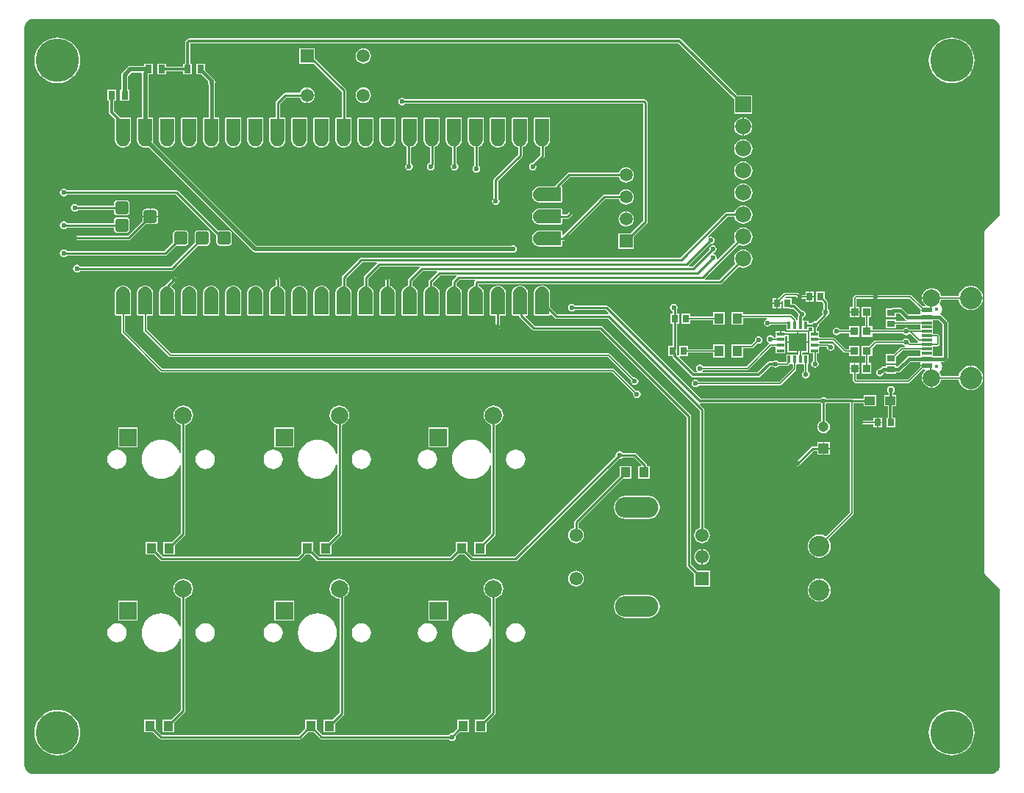
<source format=gtl>
G04*
G04 #@! TF.GenerationSoftware,Altium Limited,Altium Designer,23.1.1 (15)*
G04*
G04 Layer_Physical_Order=1*
G04 Layer_Color=255*
%FSLAX44Y44*%
%MOMM*%
G71*
G04*
G04 #@! TF.SameCoordinates,71942028-349F-4B58-9001-873325432457*
G04*
G04*
G04 #@! TF.FilePolarity,Positive*
G04*
G01*
G75*
%ADD14C,0.1500*%
%ADD15C,0.2500*%
%ADD17R,0.3500X0.8500*%
%ADD18R,0.8500X0.3500*%
%ADD19R,2.1500X2.1500*%
G04:AMPARAMS|DCode=20|XSize=1.5mm|YSize=1.5mm|CornerRadius=0.225mm|HoleSize=0mm|Usage=FLASHONLY|Rotation=90.000|XOffset=0mm|YOffset=0mm|HoleType=Round|Shape=RoundedRectangle|*
%AMROUNDEDRECTD20*
21,1,1.5000,1.0500,0,0,90.0*
21,1,1.0500,1.5000,0,0,90.0*
1,1,0.4500,0.5250,0.5250*
1,1,0.4500,0.5250,-0.5250*
1,1,0.4500,-0.5250,-0.5250*
1,1,0.4500,-0.5250,0.5250*
%
%ADD20ROUNDEDRECTD20*%
%ADD21R,1.0000X2.5000*%
G04:AMPARAMS|DCode=22|XSize=2.5mm|YSize=1mm|CornerRadius=0.125mm|HoleSize=0mm|Usage=FLASHONLY|Rotation=90.000|XOffset=0mm|YOffset=0mm|HoleType=Round|Shape=RoundedRectangle|*
%AMROUNDEDRECTD22*
21,1,2.5000,0.7500,0,0,90.0*
21,1,2.2500,1.0000,0,0,90.0*
1,1,0.2500,0.3750,1.1250*
1,1,0.2500,0.3750,-1.1250*
1,1,0.2500,-0.3750,-1.1250*
1,1,0.2500,-0.3750,1.1250*
%
%ADD22ROUNDEDRECTD22*%
%ADD23R,2.5000X1.0000*%
%ADD24R,1.2500X0.3000*%
%ADD25R,1.2500X0.6000*%
%ADD26R,0.8000X0.9000*%
%ADD27R,1.1500X1.0000*%
%ADD28R,0.8500X0.9500*%
%ADD29R,1.1000X1.2000*%
%ADD30R,0.8000X0.9500*%
%ADD31R,0.7500X0.9000*%
%ADD32R,0.9565X0.9621*%
%ADD33R,0.9500X0.8000*%
%ADD34R,0.8000X1.0000*%
%ADD54R,1.2000X1.2000*%
%ADD55C,1.2000*%
G04:AMPARAMS|DCode=59|XSize=2.4mm|YSize=5mm|CornerRadius=1.2mm|HoleSize=0mm|Usage=FLASHONLY|Rotation=90.000|XOffset=0mm|YOffset=0mm|HoleType=Round|Shape=RoundedRectangle|*
%AMROUNDEDRECTD59*
21,1,2.4000,2.6000,0,0,90.0*
21,1,0.0000,5.0000,0,0,90.0*
1,1,2.4000,1.3000,0.0000*
1,1,2.4000,1.3000,0.0000*
1,1,2.4000,-1.3000,0.0000*
1,1,2.4000,-1.3000,0.0000*
%
%ADD59ROUNDEDRECTD59*%
%ADD60C,1.5500*%
%ADD61R,1.5500X1.5500*%
%ADD62C,1.8400*%
%ADD63R,1.8400X1.8400*%
%ADD67C,0.4000*%
%ADD68C,0.3500*%
%ADD69C,0.5000*%
%ADD70C,0.3000*%
%ADD71C,0.1270*%
%ADD72C,2.5650*%
%ADD73C,2.0000*%
%ADD74C,0.4000*%
%ADD75C,2.4000*%
%ADD76C,1.5000*%
%ADD77R,1.5000X1.5000*%
%ADD78R,2.0000X2.0000*%
%ADD79R,1.5000X1.5000*%
%ADD80C,0.6000*%
%ADD81C,5.0000*%
G36*
X1074800Y822961D02*
X1075850D01*
X1077910Y822551D01*
X1079850Y821748D01*
X1081596Y820581D01*
X1083081Y819096D01*
X1084248Y817350D01*
X1085051Y815410D01*
X1085461Y813350D01*
X1085461Y812300D01*
X1085461Y596470D01*
X1068558Y579567D01*
X1068558Y579567D01*
X1068116Y578905D01*
X1067961Y578125D01*
X1067961Y578125D01*
X1067961Y184375D01*
X1068116Y183595D01*
X1068558Y182933D01*
X1085461Y166030D01*
X1085461Y-37300D01*
Y-38350D01*
X1085051Y-40410D01*
X1084248Y-42350D01*
X1083081Y-44096D01*
X1081596Y-45581D01*
X1079850Y-46748D01*
X1077910Y-47551D01*
X1075850Y-47961D01*
X1074800D01*
X-27300Y-47961D01*
X-28350D01*
X-30410Y-47551D01*
X-32350Y-46748D01*
X-34096Y-45581D01*
X-35581Y-44096D01*
X-36748Y-42350D01*
X-37551Y-40410D01*
X-37961Y-38350D01*
X-37961Y-37300D01*
X-37961Y812300D01*
X-37961Y813350D01*
X-37551Y815410D01*
X-36748Y817350D01*
X-35581Y819096D01*
X-34096Y820581D01*
X-32350Y821748D01*
X-30410Y822551D01*
X-28350Y822961D01*
X-27300Y822961D01*
X1074800Y822961D01*
D02*
G37*
%LPC*%
G36*
X716600Y800324D02*
X716600Y800324D01*
X151757D01*
X151757Y800324D01*
X150677Y800109D01*
X149760Y799497D01*
X149760Y799497D01*
X148003Y797740D01*
X147391Y796824D01*
X147176Y795743D01*
X147176Y795742D01*
Y771270D01*
X144730D01*
Y767824D01*
X125270D01*
Y771270D01*
X114730D01*
Y758730D01*
X125270D01*
Y762176D01*
X144730D01*
Y758730D01*
X155270D01*
Y771270D01*
X152824D01*
Y794573D01*
X152927Y794676D01*
X715430D01*
X779530Y730576D01*
Y713630D01*
X800470D01*
Y734570D01*
X783524D01*
X718597Y799497D01*
X717681Y800109D01*
X716600Y800324D01*
D02*
G37*
G36*
X352500Y788846D02*
X350211Y788544D01*
X348077Y787661D01*
X346245Y786255D01*
X344839Y784423D01*
X343956Y782289D01*
X343654Y780000D01*
X343956Y777711D01*
X344839Y775577D01*
X346245Y773745D01*
X348077Y772339D01*
X350211Y771456D01*
X352500Y771154D01*
X354789Y771456D01*
X356923Y772339D01*
X358755Y773745D01*
X360161Y775577D01*
X361044Y777711D01*
X361346Y780000D01*
X361044Y782289D01*
X360161Y784423D01*
X358755Y786255D01*
X356923Y787661D01*
X354789Y788544D01*
X352500Y788846D01*
D02*
G37*
G36*
X110270Y771270D02*
X99730D01*
Y768594D01*
X83750D01*
X83750Y768594D01*
X82279Y768301D01*
X81032Y767468D01*
X81032Y767468D01*
X74782Y761218D01*
X73949Y759971D01*
X73656Y758500D01*
X73656Y758500D01*
Y741270D01*
X72230D01*
Y728730D01*
X82770D01*
Y741270D01*
X81344D01*
Y756908D01*
X85342Y760906D01*
X96868D01*
X97406Y760250D01*
X97406Y760250D01*
Y709295D01*
X93090D01*
X92118Y708892D01*
X91715Y707920D01*
Y682867D01*
X91786Y682695D01*
X91762Y682511D01*
X92307Y680476D01*
X92420Y680329D01*
X92445Y680145D01*
X93498Y678321D01*
X93645Y678208D01*
X93716Y678036D01*
X95206Y676546D01*
X95377Y676475D01*
X95491Y676328D01*
X97315Y675275D01*
X97499Y675250D01*
X97646Y675137D01*
X99681Y674592D01*
X99865Y674616D01*
X100037Y674545D01*
X102143D01*
X102315Y674616D01*
X102499Y674592D01*
X104449Y675115D01*
X224782Y554782D01*
X226029Y553949D01*
X227500Y553656D01*
X227500Y553656D01*
X523067D01*
X523334Y553478D01*
X525000Y553146D01*
X526666Y553478D01*
X528078Y554422D01*
X529022Y555834D01*
X529354Y557500D01*
X529022Y559166D01*
X528078Y560578D01*
X526666Y561522D01*
X525000Y561854D01*
X523334Y561522D01*
X523067Y561344D01*
X229092D01*
X109891Y680545D01*
X110418Y682511D01*
X110393Y682695D01*
X110465Y682867D01*
Y683920D01*
X110465Y683920D01*
Y707920D01*
X110062Y708892D01*
X109090Y709295D01*
X105094D01*
Y758658D01*
X105166Y758730D01*
X110270D01*
Y771270D01*
D02*
G37*
G36*
X1030000Y801351D02*
X1025878Y801027D01*
X1021857Y800061D01*
X1018037Y798479D01*
X1014511Y796319D01*
X1011367Y793633D01*
X1008681Y790489D01*
X1006521Y786963D01*
X1004939Y783143D01*
X1003973Y779122D01*
X1003649Y775000D01*
X1003973Y770878D01*
X1004939Y766857D01*
X1006521Y763037D01*
X1008681Y759511D01*
X1011367Y756367D01*
X1014511Y753681D01*
X1018037Y751521D01*
X1021857Y749939D01*
X1025878Y748973D01*
X1030000Y748649D01*
X1034122Y748973D01*
X1038143Y749939D01*
X1041963Y751521D01*
X1045489Y753681D01*
X1048633Y756367D01*
X1051319Y759511D01*
X1053479Y763037D01*
X1055061Y766857D01*
X1056027Y770878D01*
X1056351Y775000D01*
X1056027Y779122D01*
X1055061Y783143D01*
X1053479Y786963D01*
X1051319Y790489D01*
X1048633Y793633D01*
X1045489Y796319D01*
X1041963Y798479D01*
X1038143Y800061D01*
X1034122Y801027D01*
X1030000Y801351D01*
D02*
G37*
G36*
X0D02*
X-4122Y801027D01*
X-8143Y800061D01*
X-11963Y798479D01*
X-15489Y796319D01*
X-18633Y793633D01*
X-21319Y790489D01*
X-23479Y786963D01*
X-25062Y783143D01*
X-26027Y779122D01*
X-26351Y775000D01*
X-26027Y770878D01*
X-25062Y766857D01*
X-23479Y763037D01*
X-21319Y759511D01*
X-18633Y756367D01*
X-15489Y753681D01*
X-11963Y751521D01*
X-8143Y749939D01*
X-4122Y748973D01*
X0Y748649D01*
X4122Y748973D01*
X8143Y749939D01*
X11963Y751521D01*
X15489Y753681D01*
X18633Y756367D01*
X21319Y759511D01*
X23479Y763037D01*
X25062Y766857D01*
X26027Y770878D01*
X26351Y775000D01*
X26027Y779122D01*
X25062Y783143D01*
X23479Y786963D01*
X21319Y790489D01*
X18633Y793633D01*
X15489Y796319D01*
X11963Y798479D01*
X8143Y800061D01*
X4122Y801027D01*
X0Y801351D01*
D02*
G37*
G36*
X288135Y743762D02*
Y735635D01*
X296262D01*
X296044Y737289D01*
X295161Y739423D01*
X293755Y741255D01*
X291923Y742661D01*
X289789Y743544D01*
X288135Y743762D01*
D02*
G37*
G36*
X296262Y734365D02*
X288135D01*
Y726238D01*
X289789Y726456D01*
X291923Y727339D01*
X293755Y728745D01*
X295161Y730577D01*
X296044Y732711D01*
X296262Y734365D01*
D02*
G37*
G36*
X286865Y743762D02*
X285211Y743544D01*
X283077Y742661D01*
X281245Y741255D01*
X279839Y739423D01*
X279072Y737569D01*
X262500D01*
X261517Y737374D01*
X260683Y736817D01*
X251833Y727967D01*
X251276Y727133D01*
X251081Y726150D01*
Y709295D01*
X245490D01*
X244518Y708892D01*
X244115Y707920D01*
Y682867D01*
X244186Y682695D01*
X244162Y682511D01*
X244707Y680476D01*
X244820Y680329D01*
X244845Y680145D01*
X245898Y678321D01*
X246045Y678208D01*
X246116Y678036D01*
X247606Y676546D01*
X247777Y676475D01*
X247890Y676328D01*
X249715Y675275D01*
X249899Y675250D01*
X250046Y675137D01*
X252081Y674592D01*
X252265Y674616D01*
X252437Y674545D01*
X254543D01*
X254715Y674616D01*
X254899Y674592D01*
X256934Y675137D01*
X257081Y675250D01*
X257265Y675275D01*
X259089Y676328D01*
X259202Y676475D01*
X259374Y676546D01*
X260864Y678036D01*
X260935Y678207D01*
X261082Y678321D01*
X262135Y680145D01*
X262159Y680329D01*
X262273Y680476D01*
X262818Y682511D01*
X262794Y682695D01*
X262865Y682867D01*
Y683920D01*
X262865Y683920D01*
Y707920D01*
X262462Y708892D01*
X261490Y709295D01*
X256219D01*
Y725086D01*
X263564Y732431D01*
X279072D01*
X279839Y730577D01*
X281245Y728745D01*
X283077Y727339D01*
X285211Y726456D01*
X286865Y726238D01*
Y735000D01*
Y743762D01*
D02*
G37*
G36*
X352500Y743846D02*
X350211Y743544D01*
X348077Y742661D01*
X346245Y741255D01*
X344839Y739423D01*
X343956Y737289D01*
X343654Y735000D01*
X343956Y732711D01*
X344839Y730577D01*
X346245Y728745D01*
X348077Y727339D01*
X350211Y726456D01*
X352500Y726154D01*
X354789Y726456D01*
X356923Y727339D01*
X358755Y728745D01*
X360161Y730577D01*
X361044Y732711D01*
X361346Y735000D01*
X361044Y737289D01*
X360161Y739423D01*
X358755Y741255D01*
X356923Y742661D01*
X354789Y743544D01*
X352500Y743846D01*
D02*
G37*
G36*
X790635Y709177D02*
Y699335D01*
X800477D01*
X800201Y701433D01*
X799146Y703980D01*
X797467Y706167D01*
X795280Y707846D01*
X792733Y708901D01*
X790635Y709177D01*
D02*
G37*
G36*
X789365Y709177D02*
X787267Y708901D01*
X784720Y707846D01*
X782533Y706167D01*
X780854Y703980D01*
X779799Y701433D01*
X779523Y699335D01*
X789365D01*
Y709177D01*
D02*
G37*
G36*
Y698065D02*
X779523D01*
X779799Y695967D01*
X780854Y693420D01*
X782533Y691233D01*
X784720Y689555D01*
X787267Y688500D01*
X789365Y688223D01*
Y698065D01*
D02*
G37*
G36*
X800477D02*
X790635D01*
Y688223D01*
X792733Y688500D01*
X795280Y689555D01*
X797467Y691233D01*
X799146Y693420D01*
X800201Y695967D01*
X800477Y698065D01*
D02*
G37*
G36*
X515490Y709295D02*
X499490D01*
X498518Y708892D01*
X498115Y707920D01*
Y682867D01*
X498186Y682695D01*
X498162Y682511D01*
X498707Y680476D01*
X498820Y680329D01*
X498845Y680145D01*
X499898Y678321D01*
X500045Y678208D01*
X500116Y678036D01*
X501606Y676546D01*
X501777Y676475D01*
X501890Y676328D01*
X503715Y675275D01*
X503899Y675250D01*
X504046Y675137D01*
X506081Y674592D01*
X506265Y674616D01*
X506437Y674545D01*
X508543D01*
X508715Y674616D01*
X508899Y674592D01*
X510934Y675137D01*
X511081Y675250D01*
X511265Y675275D01*
X513089Y676328D01*
X513202Y676475D01*
X513374Y676546D01*
X514864Y678036D01*
X514935Y678207D01*
X515082Y678321D01*
X516135Y680145D01*
X516159Y680329D01*
X516273Y680476D01*
X516818Y682511D01*
X516794Y682695D01*
X516865Y682867D01*
Y683920D01*
X516865Y683920D01*
Y707920D01*
X516462Y708892D01*
X515490Y709295D01*
D02*
G37*
G36*
X388490D02*
X372490D01*
X371518Y708892D01*
X371115Y707920D01*
Y682867D01*
X371186Y682695D01*
X371162Y682511D01*
X371707Y680476D01*
X371820Y680329D01*
X371845Y680145D01*
X372898Y678321D01*
X373045Y678208D01*
X373116Y678036D01*
X374606Y676546D01*
X374777Y676475D01*
X374891Y676328D01*
X376715Y675275D01*
X376899Y675250D01*
X377046Y675137D01*
X379081Y674592D01*
X379265Y674616D01*
X379437Y674545D01*
X381543D01*
X381715Y674616D01*
X381899Y674592D01*
X383934Y675137D01*
X384081Y675250D01*
X384265Y675275D01*
X386089Y676328D01*
X386202Y676475D01*
X386374Y676546D01*
X387864Y678036D01*
X387935Y678207D01*
X388082Y678321D01*
X389135Y680145D01*
X389159Y680329D01*
X389273Y680476D01*
X389818Y682511D01*
X389794Y682695D01*
X389865Y682867D01*
Y683920D01*
X389865Y683920D01*
Y707920D01*
X389462Y708892D01*
X388490Y709295D01*
D02*
G37*
G36*
X363090D02*
X347090D01*
X346118Y708892D01*
X345715Y707920D01*
Y682867D01*
X345786Y682695D01*
X345762Y682511D01*
X346307Y680476D01*
X346420Y680329D01*
X346445Y680145D01*
X347498Y678321D01*
X347645Y678208D01*
X347716Y678036D01*
X349206Y676546D01*
X349377Y676475D01*
X349491Y676328D01*
X351315Y675275D01*
X351499Y675250D01*
X351646Y675137D01*
X353681Y674592D01*
X353865Y674616D01*
X354037Y674545D01*
X356143D01*
X356315Y674616D01*
X356499Y674592D01*
X358534Y675137D01*
X358681Y675250D01*
X358865Y675275D01*
X360689Y676328D01*
X360802Y676475D01*
X360974Y676546D01*
X362464Y678036D01*
X362535Y678207D01*
X362682Y678321D01*
X363735Y680145D01*
X363759Y680329D01*
X363873Y680476D01*
X364418Y682511D01*
X364394Y682695D01*
X364465Y682867D01*
Y683920D01*
X364465Y683920D01*
Y707920D01*
X364062Y708892D01*
X363090Y709295D01*
D02*
G37*
G36*
X296270Y788770D02*
X278730D01*
Y771230D01*
X295136D01*
X327281Y739086D01*
Y709295D01*
X321690D01*
X320718Y708892D01*
X320315Y707920D01*
Y682867D01*
X320386Y682695D01*
X320362Y682511D01*
X320907Y680476D01*
X321020Y680329D01*
X321045Y680145D01*
X322098Y678321D01*
X322245Y678208D01*
X322316Y678036D01*
X323806Y676546D01*
X323977Y676475D01*
X324090Y676328D01*
X325915Y675275D01*
X326099Y675250D01*
X326246Y675137D01*
X328281Y674592D01*
X328465Y674616D01*
X328637Y674545D01*
X330743D01*
X330915Y674616D01*
X331099Y674592D01*
X333134Y675137D01*
X333281Y675250D01*
X333465Y675275D01*
X335289Y676328D01*
X335402Y676475D01*
X335574Y676546D01*
X337064Y678036D01*
X337135Y678207D01*
X337282Y678321D01*
X338335Y680145D01*
X338359Y680329D01*
X338473Y680476D01*
X339018Y682511D01*
X338993Y682695D01*
X339065Y682867D01*
Y683920D01*
X339065Y683920D01*
Y707920D01*
X338662Y708892D01*
X337690Y709295D01*
X332419D01*
Y740150D01*
X332224Y741133D01*
X331667Y741967D01*
X296270Y777364D01*
Y788770D01*
D02*
G37*
G36*
X312290Y709295D02*
X296290D01*
X295318Y708892D01*
X294915Y707920D01*
Y682867D01*
X294986Y682695D01*
X294962Y682511D01*
X295507Y680476D01*
X295620Y680329D01*
X295645Y680145D01*
X296698Y678321D01*
X296845Y678208D01*
X296916Y678036D01*
X298406Y676546D01*
X298577Y676475D01*
X298690Y676328D01*
X300515Y675275D01*
X300699Y675250D01*
X300846Y675137D01*
X302881Y674592D01*
X303065Y674616D01*
X303237Y674545D01*
X305343D01*
X305515Y674616D01*
X305699Y674592D01*
X307734Y675137D01*
X307881Y675250D01*
X308065Y675275D01*
X309889Y676328D01*
X310002Y676475D01*
X310174Y676546D01*
X311664Y678036D01*
X311735Y678207D01*
X311882Y678321D01*
X312935Y680145D01*
X312959Y680329D01*
X313073Y680476D01*
X313618Y682511D01*
X313594Y682695D01*
X313665Y682867D01*
Y683920D01*
X313665Y683920D01*
Y707920D01*
X313262Y708892D01*
X312290Y709295D01*
D02*
G37*
G36*
X286890D02*
X270890D01*
X269918Y708892D01*
X269515Y707920D01*
Y682867D01*
X269586Y682695D01*
X269562Y682511D01*
X270107Y680476D01*
X270220Y680329D01*
X270245Y680145D01*
X271298Y678321D01*
X271445Y678208D01*
X271516Y678036D01*
X273006Y676546D01*
X273177Y676475D01*
X273291Y676328D01*
X275115Y675275D01*
X275299Y675250D01*
X275446Y675137D01*
X277481Y674592D01*
X277665Y674616D01*
X277837Y674545D01*
X279943D01*
X280115Y674616D01*
X280299Y674592D01*
X282334Y675137D01*
X282481Y675250D01*
X282665Y675275D01*
X284489Y676328D01*
X284602Y676475D01*
X284774Y676546D01*
X286264Y678036D01*
X286335Y678207D01*
X286482Y678321D01*
X287535Y680145D01*
X287559Y680329D01*
X287673Y680476D01*
X288218Y682511D01*
X288193Y682695D01*
X288265Y682867D01*
Y683920D01*
X288265Y683920D01*
Y707920D01*
X287862Y708892D01*
X286890Y709295D01*
D02*
G37*
G36*
X236090D02*
X220090D01*
X219118Y708892D01*
X218715Y707920D01*
Y682867D01*
X218786Y682695D01*
X218762Y682511D01*
X219307Y680476D01*
X219420Y680329D01*
X219445Y680145D01*
X220498Y678321D01*
X220645Y678208D01*
X220716Y678036D01*
X222206Y676546D01*
X222377Y676475D01*
X222491Y676328D01*
X224315Y675275D01*
X224499Y675250D01*
X224646Y675137D01*
X226681Y674592D01*
X226865Y674616D01*
X227037Y674545D01*
X229143D01*
X229315Y674616D01*
X229499Y674592D01*
X231534Y675137D01*
X231681Y675250D01*
X231865Y675275D01*
X233689Y676328D01*
X233802Y676475D01*
X233974Y676546D01*
X235464Y678036D01*
X235535Y678207D01*
X235682Y678321D01*
X236735Y680145D01*
X236759Y680329D01*
X236873Y680476D01*
X237418Y682511D01*
X237393Y682695D01*
X237465Y682867D01*
Y683920D01*
X237465Y683920D01*
Y707920D01*
X237062Y708892D01*
X236090Y709295D01*
D02*
G37*
G36*
X210690D02*
X194690D01*
X193718Y708892D01*
X193315Y707920D01*
Y682867D01*
X193386Y682695D01*
X193362Y682511D01*
X193907Y680476D01*
X194020Y680329D01*
X194045Y680145D01*
X195098Y678321D01*
X195245Y678208D01*
X195316Y678036D01*
X196806Y676546D01*
X196977Y676475D01*
X197090Y676328D01*
X198915Y675275D01*
X199099Y675250D01*
X199246Y675137D01*
X201281Y674592D01*
X201465Y674616D01*
X201637Y674545D01*
X203743D01*
X203915Y674616D01*
X204099Y674592D01*
X206134Y675137D01*
X206281Y675250D01*
X206465Y675275D01*
X208289Y676328D01*
X208402Y676475D01*
X208574Y676546D01*
X210064Y678036D01*
X210135Y678207D01*
X210282Y678321D01*
X211335Y680145D01*
X211359Y680329D01*
X211473Y680476D01*
X212018Y682511D01*
X211994Y682695D01*
X212065Y682867D01*
Y683920D01*
X212065Y683920D01*
Y707920D01*
X211662Y708892D01*
X210690Y709295D01*
D02*
G37*
G36*
X170270Y771270D02*
X159730D01*
Y758730D01*
X165555D01*
X173335Y750950D01*
X173146Y750000D01*
X173478Y748334D01*
X174166Y747304D01*
Y709295D01*
X169290D01*
X168318Y708892D01*
X167915Y707920D01*
Y682867D01*
X167986Y682695D01*
X167962Y682511D01*
X168507Y680476D01*
X168620Y680329D01*
X168645Y680145D01*
X169698Y678321D01*
X169845Y678208D01*
X169916Y678036D01*
X171406Y676546D01*
X171577Y676475D01*
X171691Y676328D01*
X173515Y675275D01*
X173699Y675250D01*
X173846Y675137D01*
X175881Y674592D01*
X176065Y674616D01*
X176237Y674545D01*
X178343D01*
X178515Y674616D01*
X178699Y674592D01*
X180734Y675137D01*
X180881Y675250D01*
X181065Y675275D01*
X182889Y676328D01*
X183002Y676475D01*
X183174Y676546D01*
X184664Y678036D01*
X184735Y678207D01*
X184882Y678321D01*
X185935Y680145D01*
X185959Y680329D01*
X186073Y680476D01*
X186618Y682511D01*
X186593Y682695D01*
X186665Y682867D01*
Y683920D01*
X186665Y683920D01*
Y707920D01*
X186262Y708892D01*
X185290Y709295D01*
X180834D01*
Y747304D01*
X181522Y748334D01*
X181854Y750000D01*
X181522Y751666D01*
X180578Y753079D01*
X180186Y753341D01*
X179807Y753908D01*
X170270Y763445D01*
Y771270D01*
D02*
G37*
G36*
X159890Y709295D02*
X143890D01*
X142918Y708892D01*
X142515Y707920D01*
Y682867D01*
X142586Y682695D01*
X142562Y682511D01*
X143107Y680476D01*
X143220Y680329D01*
X143245Y680145D01*
X144298Y678321D01*
X144445Y678208D01*
X144516Y678036D01*
X146006Y676546D01*
X146177Y676475D01*
X146291Y676328D01*
X148115Y675275D01*
X148299Y675250D01*
X148446Y675137D01*
X150481Y674592D01*
X150665Y674616D01*
X150837Y674545D01*
X152943D01*
X153115Y674616D01*
X153299Y674592D01*
X155334Y675137D01*
X155481Y675250D01*
X155665Y675275D01*
X157489Y676328D01*
X157602Y676475D01*
X157774Y676546D01*
X159264Y678036D01*
X159335Y678207D01*
X159482Y678321D01*
X160535Y680145D01*
X160559Y680329D01*
X160673Y680476D01*
X161218Y682511D01*
X161194Y682695D01*
X161265Y682867D01*
Y683920D01*
X161265Y683920D01*
Y707920D01*
X160862Y708892D01*
X159890Y709295D01*
D02*
G37*
G36*
X134490D02*
X118490D01*
X117518Y708892D01*
X117115Y707920D01*
Y682867D01*
X117186Y682695D01*
X117162Y682511D01*
X117707Y680476D01*
X117820Y680329D01*
X117845Y680145D01*
X118898Y678321D01*
X119045Y678208D01*
X119116Y678036D01*
X120606Y676546D01*
X120777Y676475D01*
X120891Y676328D01*
X122715Y675275D01*
X122899Y675250D01*
X123046Y675137D01*
X125081Y674592D01*
X125265Y674616D01*
X125437Y674545D01*
X127543D01*
X127715Y674616D01*
X127899Y674592D01*
X129934Y675137D01*
X130081Y675250D01*
X130265Y675275D01*
X132089Y676328D01*
X132202Y676475D01*
X132374Y676546D01*
X133864Y678036D01*
X133935Y678207D01*
X134082Y678321D01*
X135135Y680145D01*
X135159Y680329D01*
X135273Y680476D01*
X135818Y682511D01*
X135794Y682695D01*
X135865Y682867D01*
Y683920D01*
X135865Y683920D01*
Y707920D01*
X135462Y708892D01*
X134490Y709295D01*
D02*
G37*
G36*
X67770Y741270D02*
X57230D01*
Y728730D01*
X59421D01*
Y715250D01*
X59655Y714072D01*
X60323Y713073D01*
X66315Y707080D01*
Y682867D01*
X66386Y682695D01*
X66362Y682511D01*
X66907Y680476D01*
X67020Y680329D01*
X67045Y680145D01*
X68098Y678321D01*
X68245Y678208D01*
X68316Y678036D01*
X69806Y676546D01*
X69977Y676475D01*
X70090Y676328D01*
X71915Y675275D01*
X72099Y675250D01*
X72246Y675137D01*
X74281Y674592D01*
X74465Y674616D01*
X74637Y674545D01*
X76743D01*
X76915Y674616D01*
X77099Y674592D01*
X79134Y675137D01*
X79281Y675250D01*
X79465Y675275D01*
X81289Y676328D01*
X81402Y676475D01*
X81574Y676546D01*
X83064Y678036D01*
X83135Y678207D01*
X83282Y678321D01*
X84335Y680145D01*
X84359Y680329D01*
X84473Y680476D01*
X85018Y682511D01*
X84993Y682695D01*
X85065Y682867D01*
Y683920D01*
X85065Y683920D01*
Y707920D01*
X84662Y708892D01*
X83690Y709295D01*
X72810D01*
X65579Y716525D01*
Y728730D01*
X67770D01*
Y741270D01*
D02*
G37*
G36*
X790000Y683860D02*
X787267Y683501D01*
X784720Y682446D01*
X782533Y680767D01*
X780854Y678580D01*
X779799Y676033D01*
X779440Y673300D01*
X779799Y670567D01*
X780854Y668020D01*
X782533Y665833D01*
X784720Y664155D01*
X787267Y663100D01*
X790000Y662740D01*
X792733Y663100D01*
X795280Y664155D01*
X797467Y665833D01*
X799146Y668020D01*
X800201Y670567D01*
X800560Y673300D01*
X800201Y676033D01*
X799146Y678580D01*
X797467Y680767D01*
X795280Y682446D01*
X792733Y683501D01*
X790000Y683860D01*
D02*
G37*
G36*
X566290Y709295D02*
X550290D01*
X549318Y708892D01*
X548915Y707920D01*
Y682867D01*
X548986Y682695D01*
X548962Y682511D01*
X549507Y680476D01*
X549620Y680329D01*
X549645Y680145D01*
X550698Y678321D01*
X550845Y678208D01*
X550916Y678036D01*
X552406Y676546D01*
X552577Y676475D01*
X552691Y676328D01*
X554515Y675275D01*
X554699Y675250D01*
X554846Y675137D01*
X555881Y674860D01*
Y665461D01*
X547216Y656797D01*
X545834Y656522D01*
X544422Y655579D01*
X543478Y654166D01*
X543146Y652500D01*
X543478Y650834D01*
X544422Y649421D01*
X545834Y648478D01*
X547500Y648146D01*
X549166Y648478D01*
X550578Y649421D01*
X551522Y650834D01*
X551854Y652500D01*
X551577Y653891D01*
X560267Y662580D01*
X560824Y663414D01*
X561019Y664397D01*
Y674946D01*
X561734Y675137D01*
X561881Y675250D01*
X562065Y675275D01*
X563889Y676328D01*
X564002Y676475D01*
X564174Y676546D01*
X565664Y678036D01*
X565735Y678207D01*
X565882Y678321D01*
X566935Y680145D01*
X566959Y680329D01*
X567073Y680476D01*
X567618Y682511D01*
X567593Y682695D01*
X567665Y682867D01*
Y683920D01*
X567665Y683920D01*
Y707920D01*
X567262Y708892D01*
X566290Y709295D01*
D02*
G37*
G36*
X464690D02*
X448690D01*
X447718Y708892D01*
X447315Y707920D01*
Y682867D01*
X447386Y682695D01*
X447362Y682511D01*
X447907Y680476D01*
X448020Y680329D01*
X448045Y680145D01*
X449098Y678321D01*
X449245Y678208D01*
X449316Y678036D01*
X450806Y676546D01*
X450977Y676475D01*
X451091Y676328D01*
X452915Y675275D01*
X453099Y675250D01*
X453246Y675137D01*
X454931Y674686D01*
Y655919D01*
X454422Y655579D01*
X453478Y654166D01*
X453146Y652500D01*
X453478Y650834D01*
X454422Y649421D01*
X455834Y648478D01*
X457500Y648146D01*
X459166Y648478D01*
X460578Y649421D01*
X461522Y650834D01*
X461854Y652500D01*
X461522Y654166D01*
X460578Y655579D01*
X460069Y655919D01*
Y675120D01*
X460134Y675137D01*
X460281Y675250D01*
X460465Y675275D01*
X462289Y676328D01*
X462402Y676475D01*
X462574Y676546D01*
X464064Y678036D01*
X464135Y678207D01*
X464282Y678321D01*
X465335Y680145D01*
X465359Y680329D01*
X465473Y680476D01*
X466018Y682511D01*
X465993Y682695D01*
X466065Y682867D01*
Y683920D01*
X466065Y683920D01*
Y707920D01*
X465662Y708892D01*
X464690Y709295D01*
D02*
G37*
G36*
X439290D02*
X423290D01*
X422318Y708892D01*
X421915Y707920D01*
Y682867D01*
X421986Y682695D01*
X421962Y682511D01*
X422507Y680476D01*
X422620Y680329D01*
X422645Y680145D01*
X423698Y678321D01*
X423845Y678208D01*
X423916Y678036D01*
X425406Y676546D01*
X425577Y676475D01*
X425690Y676328D01*
X427515Y675275D01*
X427699Y675250D01*
X427846Y675137D01*
X428881Y674860D01*
Y656631D01*
X428334Y656522D01*
X426922Y655579D01*
X425978Y654166D01*
X425646Y652500D01*
X425978Y650834D01*
X426922Y649421D01*
X428334Y648478D01*
X430000Y648146D01*
X431666Y648478D01*
X433078Y649421D01*
X434022Y650834D01*
X434354Y652500D01*
X434022Y654166D01*
X433908Y654337D01*
X434019Y654897D01*
Y674946D01*
X434734Y675137D01*
X434881Y675250D01*
X435065Y675275D01*
X436889Y676328D01*
X437002Y676475D01*
X437174Y676546D01*
X438664Y678036D01*
X438735Y678207D01*
X438882Y678321D01*
X439935Y680145D01*
X439959Y680329D01*
X440073Y680476D01*
X440618Y682511D01*
X440593Y682695D01*
X440665Y682867D01*
Y683920D01*
X440665Y683920D01*
Y707920D01*
X440262Y708892D01*
X439290Y709295D01*
D02*
G37*
G36*
X413890D02*
X397890D01*
X396918Y708892D01*
X396515Y707920D01*
Y682867D01*
X396586Y682695D01*
X396562Y682511D01*
X397107Y680476D01*
X397220Y680329D01*
X397245Y680145D01*
X398298Y678321D01*
X398445Y678208D01*
X398516Y678036D01*
X400006Y676546D01*
X400177Y676475D01*
X400290Y676328D01*
X402115Y675275D01*
X402299Y675250D01*
X402431Y675150D01*
Y655919D01*
X401922Y655579D01*
X400978Y654166D01*
X400646Y652500D01*
X400978Y650834D01*
X401922Y649421D01*
X403334Y648478D01*
X405000Y648146D01*
X406666Y648478D01*
X408078Y649421D01*
X409022Y650834D01*
X409354Y652500D01*
X409022Y654166D01*
X408078Y655579D01*
X407569Y655919D01*
Y674665D01*
X409334Y675137D01*
X409481Y675250D01*
X409665Y675275D01*
X411489Y676328D01*
X411602Y676475D01*
X411774Y676546D01*
X413264Y678036D01*
X413335Y678207D01*
X413482Y678321D01*
X414535Y680145D01*
X414559Y680329D01*
X414673Y680476D01*
X415218Y682511D01*
X415193Y682695D01*
X415265Y682867D01*
Y683920D01*
X415265Y683920D01*
Y707920D01*
X414862Y708892D01*
X413890Y709295D01*
D02*
G37*
G36*
X490090D02*
X474090D01*
X473118Y708892D01*
X472715Y707920D01*
Y682867D01*
X472786Y682695D01*
X472762Y682511D01*
X473307Y680476D01*
X473420Y680329D01*
X473445Y680145D01*
X474498Y678321D01*
X474645Y678208D01*
X474716Y678036D01*
X476206Y676546D01*
X476377Y676475D01*
X476491Y676328D01*
X478315Y675275D01*
X478499Y675250D01*
X478646Y675137D01*
X479931Y674793D01*
Y653419D01*
X479422Y653079D01*
X478478Y651666D01*
X478146Y650000D01*
X478478Y648334D01*
X479422Y646921D01*
X480834Y645978D01*
X482500Y645646D01*
X484166Y645978D01*
X485578Y646921D01*
X486522Y648334D01*
X486854Y650000D01*
X486522Y651666D01*
X485578Y653079D01*
X485069Y653419D01*
Y675013D01*
X485534Y675137D01*
X485681Y675250D01*
X485865Y675275D01*
X487689Y676328D01*
X487802Y676475D01*
X487974Y676546D01*
X489464Y678036D01*
X489535Y678207D01*
X489682Y678321D01*
X490735Y680145D01*
X490759Y680329D01*
X490873Y680476D01*
X491418Y682511D01*
X491394Y682695D01*
X491465Y682867D01*
Y683920D01*
X491465Y683920D01*
Y707920D01*
X491062Y708892D01*
X490090Y709295D01*
D02*
G37*
G36*
X790000Y658460D02*
X787267Y658101D01*
X784720Y657046D01*
X782533Y655367D01*
X780854Y653180D01*
X779799Y650633D01*
X779440Y647900D01*
X779799Y645167D01*
X780854Y642620D01*
X782533Y640433D01*
X784720Y638755D01*
X787267Y637700D01*
X790000Y637340D01*
X792733Y637700D01*
X795280Y638755D01*
X797467Y640433D01*
X799146Y642620D01*
X800201Y645167D01*
X800560Y647900D01*
X800201Y650633D01*
X799146Y653180D01*
X797467Y655367D01*
X795280Y657046D01*
X792733Y658101D01*
X790000Y658460D01*
D02*
G37*
G36*
X655000Y651746D02*
X652711Y651444D01*
X650577Y650561D01*
X648745Y649155D01*
X647339Y647323D01*
X646572Y645469D01*
X589187D01*
X588203Y645274D01*
X587370Y644717D01*
X573754Y631101D01*
X573197Y630267D01*
X573099Y629775D01*
X555990D01*
X555990Y629775D01*
X554937D01*
X554765Y629703D01*
X554581Y629728D01*
X552546Y629183D01*
X552399Y629070D01*
X552215Y629045D01*
X550391Y627992D01*
X550277Y627845D01*
X550106Y627774D01*
X548616Y626284D01*
X548545Y626113D01*
X548398Y625999D01*
X547345Y624175D01*
X547320Y623991D01*
X547207Y623844D01*
X546662Y621809D01*
X546686Y621625D01*
X546615Y621453D01*
Y619347D01*
X546686Y619175D01*
X546662Y618991D01*
X547207Y616956D01*
X547320Y616809D01*
X547345Y616625D01*
X548398Y614801D01*
X548545Y614688D01*
X548616Y614516D01*
X550106Y613026D01*
X550277Y612955D01*
X550391Y612808D01*
X552215Y611755D01*
X552399Y611730D01*
X552546Y611617D01*
X554581Y611072D01*
X554765Y611096D01*
X554937Y611025D01*
X579990D01*
X580962Y611428D01*
X581365Y612400D01*
Y628400D01*
X580962Y629372D01*
X580753Y630833D01*
X590251Y640331D01*
X646572D01*
X647339Y638477D01*
X648745Y636645D01*
X650577Y635239D01*
X652711Y634356D01*
X655000Y634054D01*
X657289Y634356D01*
X659423Y635239D01*
X661255Y636645D01*
X662661Y638477D01*
X663544Y640611D01*
X663846Y642900D01*
X663544Y645189D01*
X662661Y647323D01*
X661255Y649155D01*
X659423Y650561D01*
X657289Y651444D01*
X655000Y651746D01*
D02*
G37*
G36*
X790000Y633060D02*
X787267Y632701D01*
X784720Y631646D01*
X782533Y629967D01*
X780854Y627780D01*
X779799Y625233D01*
X779440Y622500D01*
X779799Y619767D01*
X780854Y617220D01*
X782533Y615033D01*
X784720Y613354D01*
X787267Y612299D01*
X790000Y611940D01*
X792733Y612299D01*
X795280Y613354D01*
X797467Y615033D01*
X799146Y617220D01*
X800201Y619767D01*
X800560Y622500D01*
X800201Y625233D01*
X799146Y627780D01*
X797467Y629967D01*
X795280Y631646D01*
X792733Y632701D01*
X790000Y633060D01*
D02*
G37*
G36*
X655000Y626346D02*
X652711Y626044D01*
X650577Y625161D01*
X648745Y623755D01*
X647339Y621923D01*
X646572Y620069D01*
X630000D01*
X629017Y619874D01*
X628183Y619317D01*
X582538Y573672D01*
X581365Y574158D01*
Y577600D01*
X580962Y578572D01*
X579990Y578975D01*
X555990D01*
X555990Y578975D01*
X554937D01*
X554765Y578904D01*
X554581Y578928D01*
X552546Y578383D01*
X552399Y578270D01*
X552215Y578245D01*
X550391Y577192D01*
X550277Y577045D01*
X550106Y576974D01*
X548616Y575484D01*
X548545Y575312D01*
X548398Y575199D01*
X547345Y573375D01*
X547320Y573191D01*
X547207Y573044D01*
X546662Y571009D01*
X546686Y570825D01*
X546615Y570653D01*
Y568547D01*
X546686Y568375D01*
X546662Y568191D01*
X547207Y566156D01*
X547320Y566009D01*
X547345Y565825D01*
X548398Y564001D01*
X548545Y563887D01*
X548616Y563716D01*
X550106Y562226D01*
X550277Y562155D01*
X550391Y562008D01*
X552215Y560955D01*
X552399Y560930D01*
X552546Y560817D01*
X554581Y560272D01*
X554765Y560296D01*
X554937Y560225D01*
X579990D01*
X580962Y560628D01*
X581365Y561600D01*
Y567031D01*
X582100D01*
X583083Y567226D01*
X583917Y567783D01*
X631064Y614931D01*
X646572D01*
X647339Y613077D01*
X648745Y611245D01*
X650577Y609839D01*
X652711Y608956D01*
X655000Y608654D01*
X657289Y608956D01*
X659423Y609839D01*
X661255Y611245D01*
X662661Y613077D01*
X663544Y615211D01*
X663846Y617500D01*
X663544Y619789D01*
X662661Y621923D01*
X661255Y623755D01*
X659423Y625161D01*
X657289Y626044D01*
X655000Y626346D01*
D02*
G37*
G36*
X540890Y709295D02*
X524890D01*
X523918Y708892D01*
X523515Y707920D01*
Y682867D01*
X523586Y682695D01*
X523562Y682511D01*
X524107Y680476D01*
X524220Y680329D01*
X524245Y680145D01*
X525298Y678321D01*
X525445Y678208D01*
X525516Y678036D01*
X527006Y676546D01*
X527177Y676475D01*
X527290Y676328D01*
X529115Y675275D01*
X529299Y675250D01*
X529446Y675137D01*
X530481Y674860D01*
Y666614D01*
X503183Y639317D01*
X502626Y638483D01*
X502431Y637500D01*
Y615919D01*
X501922Y615578D01*
X500978Y614166D01*
X500646Y612500D01*
X500978Y610834D01*
X501922Y609422D01*
X503334Y608478D01*
X505000Y608146D01*
X506666Y608478D01*
X508078Y609422D01*
X509022Y610834D01*
X509354Y612500D01*
X509022Y614166D01*
X508078Y615578D01*
X507569Y615919D01*
Y636436D01*
X534867Y663733D01*
X535424Y664567D01*
X535619Y665550D01*
Y674946D01*
X536334Y675137D01*
X536481Y675250D01*
X536665Y675275D01*
X538489Y676328D01*
X538602Y676475D01*
X538774Y676546D01*
X540264Y678036D01*
X540335Y678207D01*
X540482Y678321D01*
X541535Y680145D01*
X541559Y680329D01*
X541673Y680476D01*
X542218Y682511D01*
X542193Y682695D01*
X542265Y682867D01*
Y683920D01*
X542265Y683920D01*
Y707920D01*
X541862Y708892D01*
X540890Y709295D01*
D02*
G37*
G36*
X79328Y613938D02*
X68828D01*
X67454Y613665D01*
X66290Y612887D01*
X65512Y611723D01*
X65239Y610349D01*
Y607669D01*
X23695D01*
X23244Y608344D01*
X21756Y609338D01*
X20000Y609687D01*
X18244Y609338D01*
X16756Y608344D01*
X15761Y606855D01*
X15412Y605099D01*
X15761Y603343D01*
X16756Y601855D01*
X18244Y600860D01*
X20000Y600511D01*
X21756Y600860D01*
X23244Y601855D01*
X23695Y602530D01*
X65239D01*
Y599849D01*
X65512Y598476D01*
X66290Y597312D01*
X67454Y596534D01*
X68828Y596260D01*
X79328D01*
X80701Y596534D01*
X81866Y597312D01*
X82643Y598476D01*
X82917Y599849D01*
Y610349D01*
X82643Y611723D01*
X81866Y612887D01*
X80701Y613665D01*
X79328Y613938D01*
D02*
G37*
G36*
X579990Y604375D02*
X555990D01*
X555990Y604375D01*
X554937D01*
X554765Y604304D01*
X554581Y604328D01*
X552546Y603783D01*
X552399Y603670D01*
X552215Y603645D01*
X550391Y602592D01*
X550277Y602445D01*
X550106Y602374D01*
X548616Y600884D01*
X548545Y600713D01*
X548398Y600599D01*
X547345Y598775D01*
X547320Y598591D01*
X547207Y598444D01*
X546662Y596409D01*
X546686Y596225D01*
X546615Y596053D01*
Y593947D01*
X546686Y593775D01*
X546662Y593591D01*
X547207Y591556D01*
X547320Y591409D01*
X547345Y591225D01*
X548398Y589401D01*
X548545Y589287D01*
X548616Y589116D01*
X550106Y587626D01*
X550277Y587555D01*
X550391Y587408D01*
X552215Y586355D01*
X552399Y586330D01*
X552546Y586217D01*
X554581Y585672D01*
X554765Y585696D01*
X554937Y585625D01*
X579990D01*
X580962Y586028D01*
X581365Y587000D01*
Y592431D01*
X587500D01*
X588483Y592626D01*
X589317Y593183D01*
X594317Y598183D01*
X594874Y599017D01*
X595069Y600000D01*
X594874Y600983D01*
X594317Y601817D01*
X593483Y602374D01*
X592500Y602569D01*
X591517Y602374D01*
X590683Y601817D01*
X586436Y597569D01*
X581365D01*
Y603000D01*
X580962Y603972D01*
X579990Y604375D01*
D02*
G37*
G36*
X112328Y603938D02*
X107713D01*
Y595734D01*
X115917D01*
Y600349D01*
X115643Y601723D01*
X114866Y602887D01*
X113701Y603665D01*
X112328Y603938D01*
D02*
G37*
G36*
X106443D02*
X101828D01*
X100454Y603665D01*
X99290Y602887D01*
X98512Y601723D01*
X98239Y600349D01*
Y595734D01*
X106443D01*
Y603938D01*
D02*
G37*
G36*
X655635Y600862D02*
Y592735D01*
X663762D01*
X663544Y594389D01*
X662661Y596523D01*
X661255Y598355D01*
X659423Y599761D01*
X657289Y600644D01*
X655635Y600862D01*
D02*
G37*
G36*
X654365D02*
X652711Y600644D01*
X650577Y599761D01*
X648745Y598355D01*
X647339Y596523D01*
X646456Y594389D01*
X646238Y592735D01*
X654365D01*
Y600862D01*
D02*
G37*
G36*
X79328Y593938D02*
X68828D01*
X67454Y593665D01*
X66290Y592887D01*
X65512Y591723D01*
X65239Y590349D01*
Y587569D01*
X11195D01*
X10744Y588244D01*
X9256Y589239D01*
X7500Y589588D01*
X5744Y589239D01*
X4256Y588244D01*
X3261Y586756D01*
X2912Y585000D01*
X3261Y583244D01*
X4256Y581756D01*
X5744Y580761D01*
X7500Y580412D01*
X9256Y580761D01*
X10744Y581756D01*
X11195Y582431D01*
X65239D01*
Y579849D01*
X65512Y578476D01*
X66290Y577312D01*
X67454Y576534D01*
X68828Y576260D01*
X79328D01*
X80701Y576534D01*
X81866Y577312D01*
X82643Y578476D01*
X82917Y579849D01*
Y590349D01*
X82643Y591723D01*
X81866Y592887D01*
X80701Y593665D01*
X79328Y593938D01*
D02*
G37*
G36*
X790000Y607660D02*
X787267Y607300D01*
X784720Y606245D01*
X782533Y604567D01*
X780854Y602380D01*
X779799Y599833D01*
X779778Y599669D01*
X770802D01*
X769819Y599474D01*
X768986Y598917D01*
X717638Y547569D01*
X350000D01*
X349017Y547374D01*
X348183Y546817D01*
X328033Y526667D01*
X327476Y525833D01*
X327281Y524850D01*
Y515140D01*
X326246Y514863D01*
X326099Y514749D01*
X325915Y514725D01*
X324090Y513672D01*
X323978Y513525D01*
X323806Y513454D01*
X322316Y511964D01*
X322245Y511793D01*
X322098Y511679D01*
X321045Y509855D01*
X321020Y509671D01*
X320907Y509524D01*
X320362Y507489D01*
X320386Y507305D01*
X320315Y507133D01*
Y482080D01*
X320718Y481108D01*
X321690Y480705D01*
X337690D01*
X338662Y481108D01*
X339065Y482080D01*
Y506080D01*
X339065Y506080D01*
Y507133D01*
X338993Y507305D01*
X339018Y507489D01*
X338473Y509524D01*
X338359Y509671D01*
X338335Y509855D01*
X337282Y511679D01*
X337135Y511792D01*
X337064Y511964D01*
X335574Y513454D01*
X335402Y513525D01*
X335289Y513672D01*
X333465Y514725D01*
X333281Y514749D01*
X333134Y514863D01*
X332419Y515054D01*
Y523786D01*
X351064Y542431D01*
X367501D01*
X368027Y541161D01*
X353433Y526567D01*
X352876Y525733D01*
X352681Y524750D01*
Y515140D01*
X351646Y514863D01*
X351499Y514749D01*
X351315Y514725D01*
X349491Y513672D01*
X349378Y513525D01*
X349206Y513454D01*
X347716Y511964D01*
X347645Y511793D01*
X347498Y511679D01*
X346445Y509855D01*
X346420Y509671D01*
X346307Y509524D01*
X345762Y507489D01*
X345786Y507305D01*
X345715Y507133D01*
Y482080D01*
X346118Y481108D01*
X347090Y480705D01*
X363090D01*
X364062Y481108D01*
X364465Y482080D01*
Y506080D01*
X364465Y506080D01*
Y507133D01*
X364394Y507305D01*
X364418Y507489D01*
X363873Y509524D01*
X363759Y509671D01*
X363735Y509855D01*
X362682Y511679D01*
X362535Y511792D01*
X362464Y511964D01*
X360974Y513454D01*
X360802Y513525D01*
X360689Y513672D01*
X358865Y514725D01*
X358681Y514749D01*
X358534Y514863D01*
X357819Y515054D01*
Y523686D01*
X371564Y537431D01*
X417001D01*
X417527Y536161D01*
X404233Y522867D01*
X403676Y522033D01*
X403481Y521050D01*
Y515140D01*
X402446Y514863D01*
X402299Y514749D01*
X402115Y514725D01*
X400290Y513672D01*
X400177Y513525D01*
X400006Y513454D01*
X398516Y511964D01*
X398445Y511793D01*
X398298Y511679D01*
X397245Y509855D01*
X397220Y509671D01*
X397107Y509524D01*
X396562Y507489D01*
X396586Y507305D01*
X396515Y507133D01*
Y482080D01*
X396918Y481108D01*
X397890Y480705D01*
X413890D01*
X414862Y481108D01*
X415265Y482080D01*
Y506080D01*
X415265Y506080D01*
Y507133D01*
X415193Y507305D01*
X415218Y507489D01*
X414673Y509524D01*
X414560Y509671D01*
X414535Y509855D01*
X413482Y511679D01*
X413335Y511792D01*
X413264Y511964D01*
X411774Y513454D01*
X411603Y513525D01*
X411489Y513672D01*
X409665Y514725D01*
X409481Y514749D01*
X409334Y514863D01*
X408619Y515054D01*
Y519986D01*
X421064Y532431D01*
X437001D01*
X437527Y531161D01*
X428183Y521817D01*
X427626Y520983D01*
X427431Y520000D01*
Y514677D01*
X425690Y513672D01*
X425578Y513525D01*
X425406Y513454D01*
X423916Y511964D01*
X423845Y511793D01*
X423698Y511679D01*
X422645Y509855D01*
X422620Y509671D01*
X422507Y509524D01*
X421962Y507489D01*
X421986Y507305D01*
X421915Y507133D01*
Y482080D01*
X422318Y481108D01*
X423290Y480705D01*
X439290D01*
X440262Y481108D01*
X440665Y482080D01*
Y506080D01*
X440665Y506080D01*
Y507133D01*
X440593Y507305D01*
X440618Y507489D01*
X440073Y509524D01*
X439959Y509671D01*
X439935Y509855D01*
X438882Y511679D01*
X438735Y511792D01*
X438664Y511964D01*
X437174Y513454D01*
X437002Y513525D01*
X436889Y513672D01*
X435065Y514725D01*
X434881Y514749D01*
X434734Y514863D01*
X432699Y515408D01*
X432569Y515522D01*
Y518936D01*
X441064Y527431D01*
X459501D01*
X460027Y526161D01*
X455033Y521167D01*
X454476Y520333D01*
X454281Y519350D01*
Y515140D01*
X453246Y514863D01*
X453099Y514749D01*
X452915Y514725D01*
X451091Y513672D01*
X450978Y513525D01*
X450806Y513454D01*
X449316Y511964D01*
X449245Y511793D01*
X449098Y511679D01*
X448045Y509855D01*
X448020Y509671D01*
X447907Y509524D01*
X447362Y507489D01*
X447386Y507305D01*
X447315Y507133D01*
Y482080D01*
X447718Y481108D01*
X448690Y480705D01*
X464690D01*
X465662Y481108D01*
X466065Y482080D01*
Y506080D01*
X466065Y506080D01*
Y507133D01*
X465993Y507305D01*
X466018Y507489D01*
X465473Y509524D01*
X465359Y509671D01*
X465335Y509855D01*
X464282Y511679D01*
X464135Y511792D01*
X464064Y511964D01*
X462574Y513454D01*
X462402Y513525D01*
X462289Y513672D01*
X460465Y514725D01*
X460281Y514749D01*
X460134Y514863D01*
X459419Y515054D01*
Y518286D01*
X463564Y522431D01*
X480965D01*
X481491Y521161D01*
X480433Y520102D01*
X479876Y519269D01*
X479681Y518286D01*
Y515140D01*
X478646Y514863D01*
X478499Y514749D01*
X478315Y514725D01*
X476491Y513672D01*
X476377Y513525D01*
X476206Y513454D01*
X474716Y511964D01*
X474645Y511793D01*
X474498Y511679D01*
X473445Y509855D01*
X473420Y509671D01*
X473307Y509524D01*
X472762Y507489D01*
X472786Y507305D01*
X472715Y507133D01*
Y482080D01*
X473118Y481108D01*
X474090Y480705D01*
X490090D01*
X491062Y481108D01*
X491465Y482080D01*
Y506080D01*
X491465Y506080D01*
Y507133D01*
X491394Y507305D01*
X491418Y507489D01*
X490873Y509524D01*
X490760Y509671D01*
X490735Y509855D01*
X489682Y511679D01*
X489535Y511792D01*
X489464Y511964D01*
X487974Y513454D01*
X487803Y513525D01*
X487689Y513672D01*
X485865Y514725D01*
X485681Y514749D01*
X485534Y514863D01*
X484819Y515054D01*
Y517181D01*
X763450D01*
X764433Y517376D01*
X765267Y517933D01*
X784589Y537255D01*
X784720Y537155D01*
X787267Y536100D01*
X790000Y535740D01*
X792733Y536100D01*
X795280Y537155D01*
X797467Y538833D01*
X799146Y541020D01*
X800201Y543567D01*
X800560Y546300D01*
X800201Y549033D01*
X799146Y551580D01*
X797467Y553767D01*
X795280Y555446D01*
X792733Y556501D01*
X790000Y556860D01*
X787267Y556501D01*
X784720Y555446D01*
X782533Y553767D01*
X780854Y551580D01*
X779799Y549033D01*
X779440Y546300D01*
X779799Y543567D01*
X780854Y541020D01*
X780955Y540889D01*
X762386Y522319D01*
X746049D01*
X745523Y523589D01*
X784589Y562655D01*
X784720Y562555D01*
X787267Y561499D01*
X790000Y561140D01*
X792733Y561499D01*
X795280Y562555D01*
X797467Y564233D01*
X799146Y566420D01*
X800201Y568967D01*
X800560Y571700D01*
X800201Y574433D01*
X799146Y576980D01*
X797467Y579167D01*
X795280Y580845D01*
X792733Y581900D01*
X790000Y582260D01*
X787267Y581900D01*
X784720Y580845D01*
X782533Y579167D01*
X780854Y576980D01*
X779799Y574433D01*
X779440Y571700D01*
X779799Y568967D01*
X780854Y566420D01*
X780955Y566289D01*
X760272Y545605D01*
X759101Y546231D01*
X759354Y547500D01*
X759022Y549166D01*
X758079Y550578D01*
X756666Y551522D01*
X755916Y551671D01*
X755896Y551682D01*
X755313Y553086D01*
X755407Y553227D01*
X756666Y553478D01*
X758079Y554422D01*
X759022Y555834D01*
X759354Y557500D01*
X759022Y559166D01*
X758079Y560578D01*
X756666Y561522D01*
X755000Y561854D01*
X753334Y561522D01*
X751921Y560578D01*
X750978Y559166D01*
X750646Y557500D01*
X750766Y556899D01*
X731436Y537569D01*
X727999D01*
X727473Y538839D01*
X751899Y563266D01*
X752500Y563146D01*
X754166Y563478D01*
X755579Y564422D01*
X756522Y565834D01*
X756854Y567500D01*
X756522Y569166D01*
X755579Y570578D01*
X754166Y571522D01*
X752500Y571854D01*
X750834Y571522D01*
X750293Y571161D01*
X749483Y572147D01*
X771867Y594531D01*
X779778D01*
X779799Y594367D01*
X780854Y591820D01*
X782533Y589633D01*
X784720Y587954D01*
X787267Y586899D01*
X790000Y586540D01*
X792733Y586899D01*
X795280Y587954D01*
X797467Y589633D01*
X799146Y591820D01*
X800201Y594367D01*
X800560Y597100D01*
X800201Y599833D01*
X799146Y602380D01*
X797467Y604567D01*
X795280Y606245D01*
X792733Y607300D01*
X790000Y607660D01*
D02*
G37*
G36*
X115917Y594464D02*
X107713D01*
Y586260D01*
X112328D01*
X113701Y586534D01*
X114866Y587312D01*
X115643Y588476D01*
X115917Y589849D01*
Y594464D01*
D02*
G37*
G36*
X654365Y591465D02*
X646238D01*
X646456Y589811D01*
X647339Y587677D01*
X648745Y585845D01*
X650577Y584439D01*
X652711Y583556D01*
X654365Y583338D01*
Y591465D01*
D02*
G37*
G36*
X663762D02*
X655635D01*
Y583338D01*
X657289Y583556D01*
X659423Y584439D01*
X661255Y585845D01*
X662661Y587677D01*
X663544Y589811D01*
X663762Y591465D01*
D02*
G37*
G36*
X106443Y594464D02*
X98239D01*
Y589894D01*
X80914Y572569D01*
X20571D01*
X19588Y572374D01*
X18754Y571817D01*
X18197Y570983D01*
X18001Y570000D01*
X18197Y569017D01*
X18754Y568183D01*
X19588Y567626D01*
X20571Y567431D01*
X81979D01*
X82962Y567626D01*
X83795Y568183D01*
X101872Y586260D01*
X106443D01*
Y594464D01*
D02*
G37*
G36*
X7500Y627088D02*
X5744Y626739D01*
X4256Y625744D01*
X3261Y624256D01*
X2912Y622500D01*
X3261Y620744D01*
X4256Y619256D01*
X5744Y618261D01*
X7500Y617912D01*
X9256Y618261D01*
X10744Y619256D01*
X11195Y619931D01*
X136436D01*
X182451Y573915D01*
X183239Y573389D01*
Y564849D01*
X183512Y563476D01*
X184290Y562312D01*
X185454Y561534D01*
X186828Y561260D01*
X197328D01*
X198701Y561534D01*
X199865Y562312D01*
X200643Y563476D01*
X200917Y564849D01*
Y575349D01*
X200643Y576723D01*
X199865Y577887D01*
X198701Y578665D01*
X197328Y578938D01*
X186828D01*
X185454Y578665D01*
X185163Y578470D01*
X139317Y624317D01*
X138483Y624874D01*
X137500Y625069D01*
X11195D01*
X10744Y625744D01*
X9256Y626739D01*
X7500Y627088D01*
D02*
G37*
G36*
X397186Y731854D02*
X395520Y731522D01*
X394108Y730579D01*
X393164Y729166D01*
X392832Y727500D01*
X393164Y725834D01*
X394108Y724421D01*
X395520Y723478D01*
X397186Y723146D01*
X398852Y723478D01*
X400265Y724421D01*
X400605Y724931D01*
X674931D01*
Y590264D01*
X660136Y575470D01*
X646230D01*
Y557930D01*
X663770D01*
Y571836D01*
X679317Y587383D01*
X679874Y588217D01*
X680069Y589200D01*
Y726036D01*
X679874Y727019D01*
X679317Y727852D01*
X677852Y729317D01*
X677019Y729874D01*
X676036Y730069D01*
X400605D01*
X400265Y730579D01*
X398852Y731522D01*
X397186Y731854D01*
D02*
G37*
G36*
X147328Y578938D02*
X136828D01*
X135454Y578665D01*
X134290Y577887D01*
X133512Y576723D01*
X133239Y575349D01*
Y564894D01*
X123414Y555069D01*
X11195D01*
X10744Y555744D01*
X9256Y556739D01*
X7500Y557088D01*
X5744Y556739D01*
X4256Y555744D01*
X3261Y554256D01*
X2912Y552500D01*
X3261Y550744D01*
X4256Y549256D01*
X5744Y548261D01*
X7500Y547912D01*
X9256Y548261D01*
X10744Y549256D01*
X11195Y549931D01*
X124478D01*
X125462Y550126D01*
X126295Y550683D01*
X136872Y561260D01*
X147328D01*
X148701Y561534D01*
X149866Y562312D01*
X150643Y563476D01*
X150917Y564849D01*
Y575349D01*
X150643Y576723D01*
X149866Y577887D01*
X148701Y578665D01*
X147328Y578938D01*
D02*
G37*
G36*
X172328D02*
X161828D01*
X160454Y578665D01*
X159290Y577887D01*
X158512Y576723D01*
X158239Y575349D01*
Y564894D01*
X130914Y537569D01*
X26195D01*
X25744Y538244D01*
X24256Y539239D01*
X22500Y539588D01*
X20744Y539239D01*
X19256Y538244D01*
X18261Y536756D01*
X17912Y535000D01*
X18261Y533244D01*
X19256Y531756D01*
X20744Y530761D01*
X22500Y530412D01*
X24256Y530761D01*
X25744Y531756D01*
X26195Y532431D01*
X131979D01*
X132962Y532626D01*
X133795Y533183D01*
X161872Y561260D01*
X172328D01*
X173701Y561534D01*
X174865Y562312D01*
X175643Y563476D01*
X175917Y564849D01*
Y575349D01*
X175643Y576723D01*
X174865Y577887D01*
X173701Y578665D01*
X172328Y578938D01*
D02*
G37*
G36*
X559343Y515455D02*
X557237D01*
X557065Y515384D01*
X556881Y515408D01*
X554846Y514863D01*
X554699Y514749D01*
X554515Y514725D01*
X552691Y513672D01*
X552578Y513525D01*
X552406Y513454D01*
X550916Y511964D01*
X550845Y511793D01*
X550698Y511679D01*
X549645Y509855D01*
X549620Y509671D01*
X549507Y509524D01*
X548962Y507489D01*
X548986Y507305D01*
X548915Y507133D01*
Y482080D01*
X549318Y481108D01*
X550290Y480705D01*
X566290D01*
X567262Y481108D01*
X567526Y481745D01*
X568838Y482228D01*
X572883Y478183D01*
X573717Y477626D01*
X574700Y477431D01*
X633936D01*
X739931Y371436D01*
Y236199D01*
X737951Y235379D01*
X736067Y233933D01*
X734621Y232049D01*
X733712Y229855D01*
X733402Y227500D01*
X733712Y225145D01*
X734621Y222951D01*
X736067Y221067D01*
X737951Y219621D01*
X740145Y218712D01*
X742500Y218402D01*
X744855Y218712D01*
X747049Y219621D01*
X748933Y221067D01*
X750379Y222951D01*
X751288Y225145D01*
X751598Y227500D01*
X751288Y229855D01*
X750379Y232049D01*
X748933Y233933D01*
X747049Y235379D01*
X745069Y236199D01*
Y372500D01*
X744874Y373483D01*
X744317Y374317D01*
X740228Y378406D01*
X740754Y379676D01*
X879252D01*
X879421Y379422D01*
X879931Y379081D01*
Y359305D01*
X878834Y358850D01*
X877315Y357685D01*
X876150Y356166D01*
X875417Y354398D01*
X875167Y352500D01*
X875417Y350602D01*
X876150Y348834D01*
X877315Y347315D01*
X878834Y346150D01*
X880602Y345417D01*
X882500Y345167D01*
X884398Y345417D01*
X886166Y346150D01*
X887685Y347315D01*
X888850Y348834D01*
X889583Y350602D01*
X889833Y352500D01*
X889583Y354398D01*
X888850Y356166D01*
X887685Y357685D01*
X886166Y358850D01*
X885069Y359305D01*
Y379081D01*
X885579Y379422D01*
X885748Y379676D01*
X912940D01*
Y253353D01*
X885316Y225729D01*
X884192Y226591D01*
X880964Y227928D01*
X877500Y228384D01*
X874036Y227928D01*
X870808Y226591D01*
X868036Y224464D01*
X865909Y221692D01*
X864572Y218464D01*
X864116Y215000D01*
X864572Y211536D01*
X865909Y208308D01*
X868036Y205536D01*
X870808Y203409D01*
X874036Y202072D01*
X877500Y201616D01*
X880964Y202072D01*
X884192Y203409D01*
X886964Y205536D01*
X889091Y208308D01*
X890428Y211536D01*
X890884Y215000D01*
X890428Y218464D01*
X889091Y221692D01*
X888229Y222816D01*
X916456Y251044D01*
X916903Y251712D01*
X917060Y252500D01*
Y379931D01*
X928730D01*
Y376230D01*
X942770D01*
Y388770D01*
X928730D01*
Y385069D01*
X916141D01*
X916081Y385109D01*
X915000Y385324D01*
X885748D01*
X885579Y385578D01*
X884166Y386522D01*
X882500Y386854D01*
X880834Y386522D01*
X879421Y385578D01*
X879252Y385324D01*
X740809D01*
X724317Y401817D01*
X634317Y491817D01*
X633483Y492374D01*
X632500Y492569D01*
X595919D01*
X595578Y493078D01*
X594166Y494022D01*
X592500Y494354D01*
X590834Y494022D01*
X589422Y493078D01*
X588478Y491666D01*
X588146Y490000D01*
X588478Y488334D01*
X589422Y486922D01*
X590834Y485978D01*
X592500Y485646D01*
X594166Y485978D01*
X595578Y486922D01*
X595919Y487431D01*
X631436D01*
X635046Y483820D01*
X634501Y482569D01*
X575764D01*
X567665Y490669D01*
Y506080D01*
X567665Y506080D01*
Y507133D01*
X567593Y507305D01*
X567618Y507489D01*
X567073Y509524D01*
X566959Y509671D01*
X566935Y509855D01*
X565882Y511679D01*
X565735Y511792D01*
X565664Y511964D01*
X564174Y513454D01*
X564002Y513525D01*
X563889Y513672D01*
X562065Y514725D01*
X561881Y514749D01*
X561734Y514863D01*
X559699Y515408D01*
X559515Y515384D01*
X559343Y515455D01*
D02*
G37*
G36*
X533943D02*
X531837D01*
X531665Y515384D01*
X531481Y515408D01*
X529446Y514863D01*
X529299Y514749D01*
X529115Y514725D01*
X527290Y513672D01*
X527178Y513525D01*
X527006Y513454D01*
X525516Y511964D01*
X525445Y511793D01*
X525298Y511679D01*
X524245Y509855D01*
X524220Y509671D01*
X524107Y509524D01*
X523562Y507489D01*
X523586Y507305D01*
X523515Y507133D01*
Y482080D01*
X523918Y481108D01*
X524890Y480705D01*
X531638D01*
X531812Y479831D01*
X532369Y478998D01*
X546694Y464672D01*
X547528Y464115D01*
X548511Y463920D01*
X624947D01*
X724931Y363936D01*
Y192500D01*
X725126Y191517D01*
X725683Y190683D01*
X733480Y182886D01*
Y168480D01*
X751520D01*
Y186520D01*
X737114D01*
X730069Y193564D01*
Y365000D01*
X729874Y365983D01*
X729317Y366817D01*
X627828Y468306D01*
X626994Y468863D01*
X626011Y469058D01*
X549575D01*
X539101Y479532D01*
X539588Y480705D01*
X540890D01*
X541862Y481108D01*
X542265Y482080D01*
Y506080D01*
X542265Y506080D01*
Y507133D01*
X542193Y507305D01*
X542218Y507489D01*
X541673Y509524D01*
X541559Y509671D01*
X541535Y509855D01*
X540482Y511679D01*
X540335Y511792D01*
X540264Y511964D01*
X538774Y513454D01*
X538602Y513525D01*
X538489Y513672D01*
X536665Y514725D01*
X536481Y514749D01*
X536334Y514863D01*
X534299Y515408D01*
X534115Y515384D01*
X533943Y515455D01*
D02*
G37*
G36*
X508543D02*
X506437D01*
X506265Y515384D01*
X506081Y515408D01*
X504046Y514863D01*
X503899Y514749D01*
X503715Y514725D01*
X501890Y513672D01*
X501777Y513525D01*
X501606Y513454D01*
X500116Y511964D01*
X500045Y511793D01*
X499898Y511679D01*
X498845Y509855D01*
X498820Y509671D01*
X498707Y509524D01*
X498162Y507489D01*
X498186Y507305D01*
X498115Y507133D01*
Y482080D01*
X498518Y481108D01*
X499490Y480705D01*
X504931D01*
Y467500D01*
X505126Y466517D01*
X505683Y465683D01*
X506517Y465126D01*
X507500Y464931D01*
X508483Y465126D01*
X509317Y465683D01*
X509874Y466517D01*
X510069Y467500D01*
Y480705D01*
X515490D01*
X516462Y481108D01*
X516865Y482080D01*
Y506080D01*
X516865Y506080D01*
Y507133D01*
X516794Y507305D01*
X516818Y507489D01*
X516273Y509524D01*
X516160Y509671D01*
X516135Y509855D01*
X515082Y511679D01*
X514935Y511792D01*
X514864Y511964D01*
X513374Y513454D01*
X513203Y513525D01*
X513089Y513672D01*
X511265Y514725D01*
X511081Y514749D01*
X510934Y514863D01*
X508899Y515408D01*
X508715Y515384D01*
X508543Y515455D01*
D02*
G37*
G36*
X305343D02*
X303237D01*
X303065Y515384D01*
X302881Y515408D01*
X300846Y514863D01*
X300699Y514749D01*
X300515Y514725D01*
X298690Y513672D01*
X298577Y513525D01*
X298406Y513454D01*
X296916Y511964D01*
X296845Y511793D01*
X296698Y511679D01*
X295645Y509855D01*
X295620Y509671D01*
X295507Y509524D01*
X294962Y507489D01*
X294986Y507305D01*
X294915Y507133D01*
Y482080D01*
X295318Y481108D01*
X296290Y480705D01*
X312290D01*
X313262Y481108D01*
X313665Y482080D01*
Y506080D01*
X313665Y506080D01*
Y507133D01*
X313594Y507305D01*
X313618Y507489D01*
X313073Y509524D01*
X312959Y509671D01*
X312935Y509855D01*
X311882Y511679D01*
X311735Y511792D01*
X311664Y511964D01*
X310174Y513454D01*
X310002Y513525D01*
X309889Y513672D01*
X308065Y514725D01*
X307881Y514749D01*
X307734Y514863D01*
X305699Y515408D01*
X305515Y515384D01*
X305343Y515455D01*
D02*
G37*
G36*
X279943D02*
X277837D01*
X277665Y515384D01*
X277481Y515408D01*
X275446Y514863D01*
X275299Y514749D01*
X275115Y514725D01*
X273291Y513672D01*
X273178Y513525D01*
X273006Y513454D01*
X271516Y511964D01*
X271445Y511793D01*
X271298Y511679D01*
X270245Y509855D01*
X270220Y509671D01*
X270107Y509524D01*
X269562Y507489D01*
X269586Y507305D01*
X269515Y507133D01*
Y482080D01*
X269918Y481108D01*
X270890Y480705D01*
X286890D01*
X287862Y481108D01*
X288265Y482080D01*
Y506080D01*
X288265Y506080D01*
Y507133D01*
X288193Y507305D01*
X288218Y507489D01*
X287673Y509524D01*
X287560Y509671D01*
X287535Y509855D01*
X286482Y511679D01*
X286335Y511792D01*
X286264Y511964D01*
X284774Y513454D01*
X284603Y513525D01*
X284489Y513672D01*
X282665Y514725D01*
X282481Y514749D01*
X282334Y514863D01*
X280299Y515408D01*
X280115Y515384D01*
X279943Y515455D01*
D02*
G37*
G36*
X229143D02*
X227037D01*
X226865Y515384D01*
X226681Y515408D01*
X224646Y514863D01*
X224499Y514749D01*
X224315Y514725D01*
X222491Y513672D01*
X222377Y513525D01*
X222206Y513454D01*
X220716Y511964D01*
X220645Y511793D01*
X220498Y511679D01*
X219445Y509855D01*
X219420Y509671D01*
X219307Y509524D01*
X218762Y507489D01*
X218786Y507305D01*
X218715Y507133D01*
Y482080D01*
X219118Y481108D01*
X220090Y480705D01*
X236090D01*
X237062Y481108D01*
X237465Y482080D01*
Y506080D01*
X237465Y506080D01*
Y507133D01*
X237393Y507305D01*
X237418Y507489D01*
X236873Y509524D01*
X236759Y509671D01*
X236735Y509855D01*
X235682Y511679D01*
X235535Y511792D01*
X235464Y511964D01*
X233974Y513454D01*
X233803Y513525D01*
X233689Y513672D01*
X231865Y514725D01*
X231681Y514749D01*
X231534Y514863D01*
X229499Y515408D01*
X229315Y515384D01*
X229143Y515455D01*
D02*
G37*
G36*
X203743D02*
X201637D01*
X201465Y515384D01*
X201281Y515408D01*
X199246Y514863D01*
X199099Y514749D01*
X198915Y514725D01*
X197090Y513672D01*
X196978Y513525D01*
X196806Y513454D01*
X195316Y511964D01*
X195245Y511793D01*
X195098Y511679D01*
X194045Y509855D01*
X194020Y509671D01*
X193907Y509524D01*
X193362Y507489D01*
X193386Y507305D01*
X193315Y507133D01*
Y482080D01*
X193718Y481108D01*
X194690Y480705D01*
X210690D01*
X211662Y481108D01*
X212065Y482080D01*
Y506080D01*
X212065Y506080D01*
Y507133D01*
X211994Y507305D01*
X212018Y507489D01*
X211473Y509524D01*
X211360Y509671D01*
X211335Y509855D01*
X210282Y511679D01*
X210135Y511792D01*
X210064Y511964D01*
X208574Y513454D01*
X208403Y513525D01*
X208289Y513672D01*
X206465Y514725D01*
X206281Y514749D01*
X206134Y514863D01*
X204099Y515408D01*
X203915Y515384D01*
X203743Y515455D01*
D02*
G37*
G36*
X178343D02*
X176237D01*
X176065Y515384D01*
X175881Y515408D01*
X173846Y514863D01*
X173699Y514749D01*
X173515Y514725D01*
X171691Y513672D01*
X171577Y513525D01*
X171406Y513454D01*
X169916Y511964D01*
X169845Y511793D01*
X169698Y511679D01*
X168645Y509855D01*
X168620Y509671D01*
X168507Y509524D01*
X167962Y507489D01*
X167986Y507305D01*
X167915Y507133D01*
Y482080D01*
X168318Y481108D01*
X169290Y480705D01*
X185290D01*
X186262Y481108D01*
X186665Y482080D01*
Y506080D01*
X186665Y506080D01*
Y507133D01*
X186593Y507305D01*
X186618Y507489D01*
X186073Y509524D01*
X185959Y509671D01*
X185935Y509855D01*
X184882Y511679D01*
X184735Y511792D01*
X184664Y511964D01*
X183174Y513454D01*
X183002Y513525D01*
X182889Y513672D01*
X181065Y514725D01*
X180881Y514749D01*
X180734Y514863D01*
X178699Y515408D01*
X178515Y515384D01*
X178343Y515455D01*
D02*
G37*
G36*
X152943D02*
X150837D01*
X150665Y515384D01*
X150481Y515408D01*
X148446Y514863D01*
X148299Y514749D01*
X148115Y514725D01*
X146291Y513672D01*
X146178Y513525D01*
X146006Y513454D01*
X144516Y511964D01*
X144445Y511793D01*
X144298Y511679D01*
X143245Y509855D01*
X143220Y509671D01*
X143107Y509524D01*
X142562Y507489D01*
X142586Y507305D01*
X142515Y507133D01*
Y482080D01*
X142918Y481108D01*
X143890Y480705D01*
X159890D01*
X160862Y481108D01*
X161265Y482080D01*
Y506080D01*
X161265Y506080D01*
Y507133D01*
X161194Y507305D01*
X161218Y507489D01*
X160673Y509524D01*
X160560Y509671D01*
X160535Y509855D01*
X159482Y511679D01*
X159335Y511792D01*
X159264Y511964D01*
X157774Y513454D01*
X157603Y513525D01*
X157489Y513672D01*
X155665Y514725D01*
X155481Y514749D01*
X155334Y514863D01*
X153299Y515408D01*
X153115Y515384D01*
X152943Y515455D01*
D02*
G37*
G36*
X102143D02*
X100037D01*
X99865Y515384D01*
X99681Y515408D01*
X97646Y514863D01*
X97499Y514749D01*
X97315Y514725D01*
X95491Y513672D01*
X95378Y513525D01*
X95206Y513454D01*
X93716Y511964D01*
X93645Y511793D01*
X93498Y511679D01*
X92445Y509855D01*
X92420Y509671D01*
X92307Y509524D01*
X91762Y507489D01*
X91786Y507305D01*
X91715Y507133D01*
Y482080D01*
X92118Y481108D01*
X93090Y480705D01*
X99190D01*
Y463750D01*
X99347Y462962D01*
X99794Y462294D01*
X128544Y433544D01*
X129212Y433097D01*
X130000Y432940D01*
X634147D01*
X660885Y406202D01*
X660646Y405000D01*
X660978Y403334D01*
X661921Y401922D01*
X663334Y400978D01*
X665000Y400646D01*
X666666Y400978D01*
X668079Y401922D01*
X669022Y403334D01*
X669354Y405000D01*
X669022Y406666D01*
X668079Y408078D01*
X666666Y409022D01*
X665000Y409354D01*
X663798Y409115D01*
X636456Y436456D01*
X635788Y436903D01*
X635000Y437060D01*
X130853D01*
X103309Y464603D01*
Y480705D01*
X109090D01*
X110062Y481108D01*
X110465Y482080D01*
Y506080D01*
X110465Y506080D01*
Y507133D01*
X110393Y507305D01*
X110418Y507489D01*
X109873Y509524D01*
X109760Y509671D01*
X109735Y509855D01*
X108682Y511679D01*
X108535Y511792D01*
X108464Y511964D01*
X106974Y513454D01*
X106803Y513525D01*
X106689Y513672D01*
X104865Y514725D01*
X104681Y514749D01*
X104534Y514863D01*
X102499Y515408D01*
X102315Y515384D01*
X102143Y515455D01*
D02*
G37*
G36*
X76743D02*
X74637D01*
X74465Y515384D01*
X74281Y515408D01*
X72246Y514863D01*
X72099Y514749D01*
X71915Y514725D01*
X70090Y513672D01*
X69977Y513525D01*
X69806Y513454D01*
X68316Y511964D01*
X68245Y511793D01*
X68098Y511679D01*
X67045Y509855D01*
X67020Y509671D01*
X66907Y509524D01*
X66362Y507489D01*
X66386Y507305D01*
X66315Y507133D01*
Y482080D01*
X66718Y481108D01*
X67690Y480705D01*
X73790D01*
Y461650D01*
X73947Y460862D01*
X74394Y460194D01*
X118544Y416044D01*
X119212Y415597D01*
X120000Y415440D01*
X639147D01*
X663385Y391202D01*
X663146Y390000D01*
X663478Y388334D01*
X664421Y386922D01*
X665834Y385978D01*
X667500Y385646D01*
X669166Y385978D01*
X670579Y386922D01*
X671522Y388334D01*
X671854Y390000D01*
X671522Y391666D01*
X670579Y393078D01*
X669166Y394022D01*
X667500Y394354D01*
X666298Y394115D01*
X641456Y418956D01*
X640788Y419403D01*
X640000Y419560D01*
X120853D01*
X77909Y462503D01*
Y480705D01*
X83690D01*
X84662Y481108D01*
X85065Y482080D01*
Y506080D01*
X85065Y506080D01*
Y507133D01*
X84993Y507305D01*
X85018Y507489D01*
X84473Y509524D01*
X84360Y509671D01*
X84335Y509855D01*
X83282Y511679D01*
X83135Y511792D01*
X83064Y511964D01*
X81574Y513454D01*
X81403Y513525D01*
X81289Y513672D01*
X79465Y514725D01*
X79281Y514749D01*
X79134Y514863D01*
X77099Y515408D01*
X76915Y515384D01*
X76743Y515455D01*
D02*
G37*
G36*
X1051366Y515233D02*
X1048321Y514832D01*
X1044892Y513412D01*
X1041948Y511153D01*
X1039689Y508208D01*
X1038269Y504780D01*
X1038055Y503160D01*
X1018097D01*
X1017981Y504042D01*
X1016845Y506784D01*
X1015039Y509138D01*
X1012684Y510944D01*
X1009943Y512080D01*
X1007636Y512384D01*
Y501100D01*
X1007001D01*
Y500465D01*
X995717D01*
X996021Y498158D01*
X997156Y495416D01*
X998963Y493062D01*
X999731Y492473D01*
X999323Y491270D01*
X996643D01*
X983956Y503956D01*
X983288Y504403D01*
X982500Y504560D01*
X919715D01*
X918926Y504403D01*
X918258Y503956D01*
X916794Y502492D01*
X916347Y501824D01*
X916190Y501035D01*
Y491020D01*
X912730D01*
Y485635D01*
X918250D01*
X923770D01*
Y491020D01*
X920310D01*
Y500182D01*
X920568Y500440D01*
X981647D01*
X993731Y488357D01*
Y487635D01*
X1001251D01*
Y486365D01*
X993731D01*
Y482334D01*
X979881D01*
X973608Y488607D01*
X972526Y489330D01*
X971250Y489584D01*
X962500D01*
X961224Y489330D01*
X960760Y489020D01*
X953980D01*
Y478480D01*
X966020D01*
Y482916D01*
X969869D01*
X976142Y476643D01*
X977224Y475920D01*
X977677Y475830D01*
X977552Y474560D01*
X966020D01*
Y476520D01*
X953980D01*
Y465980D01*
X966020D01*
Y470440D01*
X993731D01*
Y464560D01*
X990744D01*
X990743Y464560D01*
X981259D01*
X980579Y465578D01*
X979166Y466522D01*
X977500Y466854D01*
X975834Y466522D01*
X974421Y465578D01*
X973741Y464560D01*
X938561D01*
Y468581D01*
X934568D01*
Y478980D01*
X937270D01*
Y491020D01*
X926230D01*
Y478980D01*
X930449D01*
Y468581D01*
X926456D01*
Y456419D01*
X938561D01*
Y460440D01*
X973741D01*
X974421Y459422D01*
X975834Y458478D01*
X977500Y458146D01*
X979166Y458478D01*
X980579Y459422D01*
X980715Y459625D01*
X982321Y459766D01*
X991043Y451044D01*
X991364Y450830D01*
X990979Y449560D01*
X983058D01*
X981854Y450000D01*
X981522Y451666D01*
X980579Y453078D01*
X979166Y454022D01*
X977500Y454354D01*
X975834Y454022D01*
X974421Y453078D01*
X973741Y452060D01*
X942472D01*
X941684Y451903D01*
X941015Y451456D01*
X935640Y446081D01*
X926448D01*
Y433919D01*
X930440D01*
Y426020D01*
X926230D01*
Y413980D01*
X937270D01*
Y426020D01*
X934559D01*
Y433919D01*
X938552D01*
Y443168D01*
X943325Y447940D01*
X973741D01*
X974421Y446922D01*
X975834Y445978D01*
X976578Y445830D01*
X976453Y444560D01*
X972500D01*
X971712Y444403D01*
X971044Y443956D01*
X971044Y443956D01*
X963607Y436520D01*
X953980D01*
Y425980D01*
X966020D01*
Y433107D01*
X973353Y440440D01*
X993731D01*
Y434334D01*
X981000D01*
X979724Y434080D01*
X978643Y433358D01*
X967368Y422083D01*
X966020D01*
Y424020D01*
X953980D01*
Y422084D01*
X951250D01*
X949974Y421830D01*
X948893Y421107D01*
X947049Y419264D01*
X945834Y419022D01*
X944421Y418078D01*
X943478Y416666D01*
X943146Y415000D01*
X943478Y413334D01*
X944421Y411922D01*
X945834Y410978D01*
X947500Y410646D01*
X949166Y410978D01*
X950579Y411922D01*
X951522Y413334D01*
X951764Y414549D01*
X952631Y415416D01*
X953980D01*
Y413480D01*
X966020D01*
Y415415D01*
X968749D01*
X970025Y415668D01*
X971106Y416391D01*
X982381Y427666D01*
X993731D01*
Y423635D01*
X1001251D01*
Y422365D01*
X993731D01*
Y421643D01*
X979167Y407080D01*
X920548D01*
X920310Y407318D01*
Y413980D01*
X923770D01*
Y419365D01*
X918250D01*
X912730D01*
Y413980D01*
X916190D01*
Y406464D01*
X916347Y405676D01*
X916794Y405008D01*
X918238Y403564D01*
X918906Y403117D01*
X919695Y402960D01*
X980021D01*
X980809Y403117D01*
X981477Y403564D01*
X996643Y418730D01*
X999323D01*
X999731Y417528D01*
X998963Y416938D01*
X997156Y414584D01*
X996021Y411842D01*
X995717Y409535D01*
X1007001D01*
Y408900D01*
X1007636D01*
Y397616D01*
X1009943Y397920D01*
X1012684Y399056D01*
X1015039Y400862D01*
X1016845Y403216D01*
X1017981Y405958D01*
X1018097Y406841D01*
X1038055D01*
X1038269Y405221D01*
X1039689Y401792D01*
X1041948Y398847D01*
X1044892Y396588D01*
X1048321Y395168D01*
X1051366Y394767D01*
Y408900D01*
Y423033D01*
X1048321Y422632D01*
X1044892Y421212D01*
X1041948Y418953D01*
X1039689Y416008D01*
X1038269Y412580D01*
X1038055Y410960D01*
X1018097D01*
X1017981Y411842D01*
X1016845Y414584D01*
X1016347Y415233D01*
X1016655Y416918D01*
X1017236Y417364D01*
X1018278Y418722D01*
X1018933Y420303D01*
X1019157Y422000D01*
X1018933Y423697D01*
X1018278Y425278D01*
X1017421Y426396D01*
X1017799Y427666D01*
X1021000D01*
X1022276Y427920D01*
X1023358Y428643D01*
X1024857Y430142D01*
X1025580Y431224D01*
X1025834Y432500D01*
Y472500D01*
X1025580Y473776D01*
X1024857Y474857D01*
X1018357Y481358D01*
X1017476Y481947D01*
X1017251Y482892D01*
X1017236Y483364D01*
X1018278Y484722D01*
X1018933Y486303D01*
X1019157Y488000D01*
X1018933Y489697D01*
X1018278Y491278D01*
X1017236Y492636D01*
X1016655Y493082D01*
X1016347Y494767D01*
X1016845Y495416D01*
X1017981Y498158D01*
X1018097Y499040D01*
X1038055D01*
X1038269Y497421D01*
X1039689Y493992D01*
X1041948Y491047D01*
X1044892Y488788D01*
X1048321Y487368D01*
X1051366Y486967D01*
Y501100D01*
Y515233D01*
D02*
G37*
G36*
X871520Y508270D02*
X867135D01*
Y503135D01*
X871520D01*
Y508270D01*
D02*
G37*
G36*
X1006366Y512384D02*
X1004059Y512080D01*
X1001317Y510944D01*
X998963Y509138D01*
X997156Y506784D01*
X996021Y504042D01*
X995717Y501735D01*
X1006366D01*
Y512384D01*
D02*
G37*
G36*
X1052636Y515233D02*
Y501735D01*
X1066134D01*
X1065733Y504780D01*
X1064313Y508208D01*
X1062053Y511153D01*
X1059109Y513412D01*
X1055680Y514832D01*
X1052636Y515233D01*
D02*
G37*
G36*
X871520Y501865D02*
X867135D01*
Y496730D01*
X871520D01*
Y501865D01*
D02*
G37*
G36*
X883520Y508270D02*
X873480D01*
Y496730D01*
X880636D01*
X882381Y494986D01*
Y488385D01*
X881921Y488078D01*
X880978Y486666D01*
X880646Y485000D01*
X880978Y483334D01*
X881468Y482601D01*
X873101Y474234D01*
X872500Y474354D01*
X870834Y474022D01*
X869421Y473078D01*
X868747Y472069D01*
X865270D01*
Y475020D01*
X860040D01*
X859230Y475020D01*
X858574Y476018D01*
Y478360D01*
X859166Y478478D01*
X860579Y479422D01*
X861522Y480834D01*
X861854Y482500D01*
X861522Y484166D01*
X860579Y485578D01*
X859166Y486522D01*
X857500Y486854D01*
X857200Y486794D01*
X850747Y493247D01*
X849831Y493859D01*
X848750Y494074D01*
X848750Y494074D01*
X846020D01*
Y500770D01*
X838592D01*
X838106Y501943D01*
X839103Y502940D01*
X850932D01*
X852829Y501044D01*
X853497Y500597D01*
X854286Y500440D01*
X861480D01*
Y496730D01*
X865865D01*
Y502500D01*
Y508270D01*
X861480D01*
Y504560D01*
X855139D01*
X853242Y506456D01*
X852574Y506903D01*
X851786Y507060D01*
X838250D01*
X837462Y506903D01*
X836794Y506456D01*
X836794Y506456D01*
X831107Y500770D01*
X829635D01*
Y495635D01*
X834020D01*
Y497771D01*
X834819Y498420D01*
X835980Y497916D01*
Y489230D01*
X842037D01*
X842919Y488641D01*
X844000Y488426D01*
X844000Y488426D01*
X847580D01*
X853206Y482800D01*
X853146Y482500D01*
X853434Y481052D01*
X853141Y480613D01*
X852926Y479532D01*
X852926Y479532D01*
Y476673D01*
X851809Y475648D01*
X851539Y475703D01*
X851291Y475843D01*
X851153Y476538D01*
X850706Y477206D01*
X850706Y477206D01*
X846456Y481456D01*
X845788Y481903D01*
X845000Y482060D01*
X789770D01*
Y484770D01*
X776230D01*
Y470230D01*
X789770D01*
Y477940D01*
X817100D01*
X817225Y476670D01*
X816480Y476522D01*
X815068Y475578D01*
X814124Y474166D01*
X813793Y472500D01*
X814124Y470834D01*
X815068Y469422D01*
X816480Y468478D01*
X818146Y468146D01*
X819812Y468478D01*
X821225Y469422D01*
X821906Y470440D01*
X839730D01*
Y463980D01*
X844960D01*
X845770Y463980D01*
X847040Y463980D01*
X851460D01*
X852270Y463980D01*
X853540Y463980D01*
X857960D01*
X858770Y463980D01*
X860040Y463980D01*
X865270D01*
Y466931D01*
X869415D01*
X869421Y466922D01*
X869431Y466915D01*
Y462770D01*
X866480D01*
Y457540D01*
X866480Y456730D01*
X866480Y455460D01*
Y451040D01*
X866480Y450230D01*
X866480Y448960D01*
Y444540D01*
X866480Y443730D01*
X866480Y442460D01*
Y437230D01*
X870440D01*
Y428759D01*
X869421Y428078D01*
X868478Y426666D01*
X868146Y425000D01*
X868478Y423334D01*
X869421Y421922D01*
X870834Y420978D01*
X872500Y420646D01*
X874166Y420978D01*
X875579Y421922D01*
X876522Y423334D01*
X876854Y425000D01*
X876522Y426666D01*
X875579Y428078D01*
X874560Y428759D01*
Y437230D01*
X877520D01*
X877520Y443792D01*
X878418Y444690D01*
X885003D01*
X886245Y444422D01*
X886576Y442755D01*
X887520Y441343D01*
X888932Y440399D01*
X890599Y440068D01*
X892264Y440399D01*
X893677Y441343D01*
X894621Y442755D01*
X894952Y444422D01*
X894621Y446088D01*
X893677Y447500D01*
X892264Y448444D01*
X890599Y448775D01*
X888932Y448444D01*
X888536Y448179D01*
X888509Y448206D01*
X887840Y448653D01*
X887052Y448810D01*
X878418D01*
X877520Y449708D01*
Y450292D01*
X878418Y451190D01*
X893397D01*
X906044Y438544D01*
X906712Y438097D01*
X907500Y437940D01*
X911430D01*
Y433919D01*
X923535D01*
Y446081D01*
X911430D01*
Y442060D01*
X908353D01*
X895706Y454706D01*
X895038Y455153D01*
X894250Y455309D01*
X878418D01*
X877520Y456208D01*
X877520Y457540D01*
Y462770D01*
X874569D01*
Y466247D01*
X875579Y466922D01*
X876522Y468334D01*
X876854Y470000D01*
X876734Y470601D01*
X885956Y479822D01*
X886513Y480656D01*
X886573Y480959D01*
X886666Y480978D01*
X888079Y481922D01*
X889022Y483334D01*
X889354Y485000D01*
X889022Y486666D01*
X888079Y488078D01*
X887519Y488452D01*
Y496050D01*
X887324Y497033D01*
X886767Y497867D01*
X883520Y501114D01*
Y508270D01*
D02*
G37*
G36*
X828365Y500770D02*
X823980D01*
Y495635D01*
X828365D01*
Y500770D01*
D02*
G37*
G36*
X834020Y494365D02*
X829635D01*
Y489230D01*
X834020D01*
Y494365D01*
D02*
G37*
G36*
X828365D02*
X823980D01*
Y489230D01*
X828365D01*
Y494365D01*
D02*
G37*
G36*
X1066134Y500465D02*
X1052636D01*
Y486967D01*
X1055680Y487368D01*
X1059109Y488788D01*
X1062053Y491047D01*
X1064313Y493992D01*
X1065733Y497421D01*
X1066134Y500465D01*
D02*
G37*
G36*
X380000Y527569D02*
X379017Y527374D01*
X378183Y526817D01*
X377626Y525983D01*
X377431Y525000D01*
Y514966D01*
X377046Y514863D01*
X376899Y514749D01*
X376715Y514725D01*
X374891Y513672D01*
X374777Y513525D01*
X374606Y513454D01*
X373116Y511964D01*
X373045Y511793D01*
X372898Y511679D01*
X371845Y509855D01*
X371820Y509671D01*
X371707Y509524D01*
X371162Y507489D01*
X371186Y507305D01*
X371115Y507133D01*
Y482080D01*
X371518Y481108D01*
X372490Y480705D01*
X388490D01*
X389462Y481108D01*
X389865Y482080D01*
Y506080D01*
X389865Y506080D01*
Y507133D01*
X389794Y507305D01*
X389818Y507489D01*
X389273Y509524D01*
X389160Y509671D01*
X389135Y509855D01*
X388082Y511679D01*
X387935Y511792D01*
X387864Y511964D01*
X386374Y513454D01*
X386203Y513525D01*
X386089Y513672D01*
X384265Y514725D01*
X384081Y514749D01*
X383934Y514863D01*
X382569Y515228D01*
Y525000D01*
X382374Y525983D01*
X381817Y526817D01*
X380983Y527374D01*
X380000Y527569D01*
D02*
G37*
G36*
X252500D02*
X251517Y527374D01*
X250683Y526817D01*
X250126Y525983D01*
X249931Y525000D01*
Y524053D01*
X250126Y523070D01*
X250683Y522236D01*
X251081Y521839D01*
Y515140D01*
X250046Y514863D01*
X249899Y514749D01*
X249715Y514725D01*
X247890Y513672D01*
X247778Y513525D01*
X247606Y513454D01*
X246116Y511964D01*
X246045Y511793D01*
X245898Y511679D01*
X244845Y509855D01*
X244820Y509671D01*
X244707Y509524D01*
X244162Y507489D01*
X244186Y507305D01*
X244115Y507133D01*
Y482080D01*
X244518Y481108D01*
X245490Y480705D01*
X261490D01*
X262462Y481108D01*
X262865Y482080D01*
Y506080D01*
X262865Y506080D01*
Y507133D01*
X262794Y507305D01*
X262818Y507489D01*
X262273Y509524D01*
X262160Y509671D01*
X262135Y509855D01*
X261082Y511679D01*
X260935Y511792D01*
X260864Y511964D01*
X259374Y513454D01*
X259202Y513525D01*
X259089Y513672D01*
X257265Y514725D01*
X257081Y514749D01*
X256934Y514863D01*
X256219Y515054D01*
Y522903D01*
X256024Y523886D01*
X255467Y524720D01*
X255040Y525146D01*
X254874Y525983D01*
X254317Y526817D01*
X253483Y527374D01*
X252500Y527569D01*
D02*
G37*
G36*
X135000Y525069D02*
X134017Y524874D01*
X133183Y524317D01*
X124833Y515967D01*
X124324Y515205D01*
X123046Y514863D01*
X122899Y514749D01*
X122715Y514725D01*
X120891Y513672D01*
X120778Y513525D01*
X120606Y513454D01*
X119116Y511964D01*
X119045Y511793D01*
X118898Y511679D01*
X117845Y509855D01*
X117820Y509671D01*
X117707Y509524D01*
X117162Y507489D01*
X117186Y507305D01*
X117115Y507133D01*
Y482080D01*
X117518Y481108D01*
X118490Y480705D01*
X134490D01*
X135462Y481108D01*
X135865Y482080D01*
Y506080D01*
X135865Y506080D01*
Y507133D01*
X135794Y507305D01*
X135818Y507489D01*
X135273Y509524D01*
X135160Y509671D01*
X135135Y509855D01*
X134082Y511679D01*
X133935Y511792D01*
X133864Y511964D01*
X132374Y513454D01*
X132203Y513525D01*
X132089Y513672D01*
X131545Y513986D01*
X131379Y515246D01*
X136817Y520683D01*
X137374Y521517D01*
X137569Y522500D01*
X137374Y523483D01*
X136817Y524317D01*
X135983Y524874D01*
X135000Y525069D01*
D02*
G37*
G36*
X768770Y484770D02*
X755230D01*
Y479560D01*
X729020D01*
Y483520D01*
X718480D01*
Y471480D01*
X729020D01*
Y475440D01*
X755230D01*
Y470230D01*
X768770D01*
Y484770D01*
D02*
G37*
G36*
X923770Y484365D02*
X918885D01*
Y478980D01*
X923770D01*
Y484365D01*
D02*
G37*
G36*
X917615D02*
X912730D01*
Y478980D01*
X917615D01*
Y484365D01*
D02*
G37*
G36*
X923544Y468581D02*
X911439D01*
Y464560D01*
X901259D01*
X900579Y465578D01*
X899166Y466522D01*
X897500Y466854D01*
X895834Y466522D01*
X894421Y465578D01*
X893478Y464166D01*
X893146Y462500D01*
X893478Y460834D01*
X894421Y459422D01*
X895834Y458478D01*
X897500Y458146D01*
X899166Y458478D01*
X900579Y459422D01*
X901259Y460440D01*
X911439D01*
Y456419D01*
X923544D01*
Y468581D01*
D02*
G37*
G36*
X832365Y462770D02*
X827480D01*
Y460385D01*
X832365D01*
Y462770D01*
D02*
G37*
G36*
X864520Y462020D02*
X853135D01*
Y450635D01*
X864520D01*
Y462020D01*
D02*
G37*
G36*
X710000Y494354D02*
X708334Y494022D01*
X706921Y493078D01*
X705978Y491666D01*
X705646Y490000D01*
X705978Y488334D01*
X706921Y486922D01*
X708334Y485978D01*
X708681Y485909D01*
Y483520D01*
X705980D01*
Y471480D01*
X708681D01*
Y446020D01*
X703480D01*
Y433980D01*
X707184D01*
X708426Y433750D01*
X708641Y432669D01*
X709253Y431753D01*
X730503Y410503D01*
X731419Y409891D01*
X732500Y409676D01*
X732500Y409676D01*
X807500D01*
X807500Y409676D01*
X808581Y409891D01*
X809497Y410503D01*
X821170Y422176D01*
X824252D01*
X824421Y421922D01*
X825834Y420978D01*
X827500Y420646D01*
X829166Y420978D01*
X830579Y421922D01*
X831259Y422940D01*
X840871D01*
X841659Y423097D01*
X842328Y423544D01*
X843206Y424422D01*
X843579Y424980D01*
X846292Y424980D01*
X847190Y424082D01*
Y420103D01*
X831647Y404560D01*
X738759D01*
X738079Y405578D01*
X736666Y406522D01*
X735000Y406854D01*
X733334Y406522D01*
X731921Y405578D01*
X730978Y404166D01*
X730646Y402500D01*
X730978Y400834D01*
X731921Y399422D01*
X733334Y398478D01*
X735000Y398146D01*
X736666Y398478D01*
X738079Y399422D01*
X738759Y400440D01*
X832500D01*
X833288Y400597D01*
X833956Y401044D01*
X850706Y417794D01*
X851153Y418462D01*
X851310Y419250D01*
Y424082D01*
X852208Y424980D01*
X853540Y424980D01*
X855115D01*
Y430500D01*
X856385D01*
Y424980D01*
X859292Y424980D01*
X860190Y424082D01*
Y416786D01*
X859006Y415994D01*
X858011Y414506D01*
X857662Y412750D01*
X858011Y410994D01*
X859006Y409506D01*
X860494Y408511D01*
X862250Y408162D01*
X864006Y408511D01*
X865494Y409506D01*
X866489Y410994D01*
X866838Y412750D01*
X866489Y414506D01*
X865494Y415994D01*
X864309Y416786D01*
Y424980D01*
X865270D01*
Y436020D01*
X858708Y436020D01*
X858018Y436710D01*
X858312Y437980D01*
X864520D01*
Y449365D01*
X853135D01*
Y437980D01*
X853188D01*
X853482Y436710D01*
X852792Y436020D01*
X851460Y436020D01*
X847040D01*
X846230Y436020D01*
X844960Y436020D01*
X839730D01*
Y429699D01*
X839690Y429500D01*
Y427060D01*
X831259D01*
X830579Y428078D01*
X829166Y429022D01*
X827500Y429354D01*
X825834Y429022D01*
X824421Y428078D01*
X824252Y427824D01*
X820000D01*
X820000Y427824D01*
X818919Y427609D01*
X818003Y426997D01*
X806330Y415324D01*
X742974D01*
X742589Y416594D01*
X743079Y416922D01*
X743759Y417940D01*
X794599D01*
X795388Y418097D01*
X796056Y418544D01*
X822203Y444690D01*
X826582D01*
X827480Y443792D01*
X827480Y442460D01*
Y437230D01*
X838520D01*
Y442460D01*
X838520Y443270D01*
X838520Y444540D01*
Y448960D01*
X838520Y449770D01*
X838520Y451040D01*
X838520Y456792D01*
X839210Y457482D01*
X840480Y457188D01*
Y450635D01*
X851865D01*
Y462020D01*
X840480D01*
Y461810D01*
X838520D01*
Y462770D01*
X833635D01*
Y459750D01*
X833000D01*
Y459115D01*
X827480D01*
Y457540D01*
X827480Y456730D01*
X827283Y455542D01*
X825401D01*
X824455Y456959D01*
X822966Y457953D01*
X821210Y458302D01*
X819454Y457953D01*
X817966Y456959D01*
X816971Y455470D01*
X816622Y453714D01*
X816971Y451959D01*
X817966Y450470D01*
X819454Y449475D01*
X819495Y449468D01*
X819782Y448558D01*
X819799Y448112D01*
X793746Y422060D01*
X743759D01*
X743079Y423078D01*
X741666Y424022D01*
X740000Y424354D01*
X738334Y424022D01*
X736921Y423078D01*
X735978Y421666D01*
X735646Y420000D01*
X735978Y418334D01*
X736921Y416922D01*
X737411Y416594D01*
X737026Y415324D01*
X733670D01*
X716284Y432710D01*
X716810Y433980D01*
X726520D01*
Y437940D01*
X755230D01*
Y432730D01*
X768770D01*
Y447270D01*
X755230D01*
Y442060D01*
X726520D01*
Y446020D01*
X715980D01*
Y435395D01*
X714710Y434816D01*
X714074Y435308D01*
Y436750D01*
X714074Y436750D01*
X714020Y437023D01*
Y446020D01*
X713819D01*
Y471480D01*
X716520D01*
Y483520D01*
X713819D01*
Y487803D01*
X713784Y487978D01*
X714022Y488334D01*
X714354Y490000D01*
X714022Y491666D01*
X713079Y493078D01*
X711666Y494022D01*
X710000Y494354D01*
D02*
G37*
G36*
X807500Y456854D02*
X805834Y456522D01*
X804421Y455578D01*
X803478Y454166D01*
X803146Y452500D01*
X803385Y451298D01*
X799397Y447309D01*
X787750D01*
X787551Y447270D01*
X776230D01*
Y432730D01*
X789770D01*
Y443190D01*
X800250D01*
X801038Y443347D01*
X801706Y443794D01*
X806298Y448385D01*
X807500Y448146D01*
X809166Y448478D01*
X810579Y449422D01*
X811522Y450834D01*
X811854Y452500D01*
X811522Y454166D01*
X810579Y455578D01*
X809166Y456522D01*
X807500Y456854D01*
D02*
G37*
G36*
X851865Y449365D02*
X840480D01*
Y437980D01*
X851865D01*
Y449365D01*
D02*
G37*
G36*
X923770Y426020D02*
X918885D01*
Y420635D01*
X923770D01*
Y426020D01*
D02*
G37*
G36*
X917615D02*
X912730D01*
Y420635D01*
X917615D01*
Y426020D01*
D02*
G37*
G36*
X1052636Y423033D02*
Y409535D01*
X1066134D01*
X1065733Y412580D01*
X1064313Y416008D01*
X1062053Y418953D01*
X1059109Y421212D01*
X1055680Y422632D01*
X1052636Y423033D01*
D02*
G37*
G36*
X1006366Y408265D02*
X995717D01*
X996021Y405958D01*
X997156Y403216D01*
X998963Y400862D01*
X1001317Y399056D01*
X1004059Y397920D01*
X1006366Y397616D01*
Y408265D01*
D02*
G37*
G36*
X1066134Y408265D02*
X1052636D01*
Y394767D01*
X1055680Y395168D01*
X1059109Y396588D01*
X1062053Y398847D01*
X1064313Y401792D01*
X1065733Y405221D01*
X1066134Y408265D01*
D02*
G37*
G36*
X950270Y363270D02*
X945635D01*
Y358135D01*
X950270D01*
Y363270D01*
D02*
G37*
G36*
X960000Y399354D02*
X958334Y399022D01*
X956921Y398078D01*
X955978Y396666D01*
X955646Y395000D01*
X955978Y393334D01*
X956921Y391922D01*
X957176Y391752D01*
Y388770D01*
X952230D01*
Y376230D01*
X956426D01*
Y363270D01*
X954730D01*
Y351730D01*
X965270D01*
Y363270D01*
X962074D01*
Y376230D01*
X966270D01*
Y388770D01*
X962824D01*
Y391752D01*
X963079Y391922D01*
X964022Y393334D01*
X964354Y395000D01*
X964022Y396666D01*
X963079Y398078D01*
X961666Y399022D01*
X960000Y399354D01*
D02*
G37*
G36*
X950270Y356865D02*
X945635D01*
Y351730D01*
X950270D01*
Y356865D01*
D02*
G37*
G36*
X944365Y363270D02*
X939730D01*
Y359442D01*
X925000D01*
X924257Y359294D01*
X923627Y358873D01*
X923205Y358243D01*
X923058Y357500D01*
X923205Y356757D01*
X923627Y356127D01*
X924257Y355705D01*
X925000Y355558D01*
X939730D01*
Y351730D01*
X944365D01*
Y357500D01*
X945000D01*
D01*
X944365D01*
Y363270D01*
D02*
G37*
G36*
X450169Y351669D02*
X427629D01*
Y329129D01*
X450169D01*
Y351669D01*
D02*
G37*
G36*
X272670D02*
X250130D01*
Y329129D01*
X272670D01*
Y351669D01*
D02*
G37*
G36*
X92670D02*
X70130D01*
Y329129D01*
X92670D01*
Y351669D01*
D02*
G37*
G36*
X889770Y334770D02*
X883135D01*
Y328135D01*
X889770D01*
Y334770D01*
D02*
G37*
G36*
X502399Y377166D02*
X499457Y376779D01*
X496716Y375643D01*
X494361Y373837D01*
X492555Y371482D01*
X491419Y368741D01*
X491032Y365799D01*
X491419Y362857D01*
X492555Y360115D01*
X494361Y357761D01*
X496716Y355954D01*
X499457Y354819D01*
X499830Y354770D01*
Y321411D01*
X498560Y321223D01*
X497831Y323627D01*
X495747Y327525D01*
X492943Y330942D01*
X489526Y333746D01*
X485628Y335830D01*
X481398Y337113D01*
X476999Y337546D01*
X472601Y337113D01*
X468371Y335830D01*
X464473Y333746D01*
X461056Y330942D01*
X458252Y327525D01*
X456168Y323627D01*
X454885Y319398D01*
X454452Y314999D01*
X454885Y310600D01*
X456168Y306370D01*
X458252Y302472D01*
X461056Y299055D01*
X464473Y296251D01*
X468371Y294167D01*
X472601Y292884D01*
X476999Y292451D01*
X481398Y292884D01*
X485628Y294167D01*
X489526Y296251D01*
X492943Y299055D01*
X495747Y302472D01*
X497831Y306370D01*
X498560Y308775D01*
X499830Y308586D01*
Y229964D01*
X489636Y219770D01*
X479729D01*
Y205230D01*
X493269D01*
Y216136D01*
X504216Y227083D01*
X504773Y227917D01*
X504969Y228900D01*
Y354770D01*
X505341Y354819D01*
X508083Y355954D01*
X510437Y357761D01*
X512244Y360115D01*
X513379Y362857D01*
X513767Y365799D01*
X513379Y368741D01*
X512244Y371482D01*
X510437Y373837D01*
X508083Y375643D01*
X505341Y376779D01*
X502399Y377166D01*
D02*
G37*
G36*
X324900D02*
X321958Y376779D01*
X319216Y375643D01*
X316862Y373837D01*
X315055Y371482D01*
X313920Y368741D01*
X313532Y365799D01*
X313920Y362857D01*
X315055Y360115D01*
X316862Y357761D01*
X319216Y355954D01*
X321958Y354819D01*
X322330Y354770D01*
Y321411D01*
X321060Y321223D01*
X320331Y323627D01*
X318247Y327525D01*
X315443Y330942D01*
X312027Y333746D01*
X308128Y335830D01*
X303899Y337113D01*
X299500Y337546D01*
X295101Y337113D01*
X290871Y335830D01*
X286973Y333746D01*
X283556Y330942D01*
X280752Y327525D01*
X278668Y323627D01*
X277385Y319398D01*
X276952Y314999D01*
X277385Y310600D01*
X278668Y306370D01*
X280752Y302472D01*
X283556Y299055D01*
X286973Y296251D01*
X290871Y294167D01*
X295101Y292884D01*
X299500Y292451D01*
X303899Y292884D01*
X308128Y294167D01*
X312027Y296251D01*
X315443Y299055D01*
X318247Y302472D01*
X320331Y306370D01*
X321060Y308775D01*
X322330Y308586D01*
Y229964D01*
X312136Y219770D01*
X302230D01*
Y205230D01*
X315770D01*
Y216136D01*
X326716Y227083D01*
X327273Y227917D01*
X327469Y228900D01*
Y354770D01*
X327842Y354819D01*
X330583Y355954D01*
X332938Y357761D01*
X334744Y360115D01*
X335880Y362857D01*
X336267Y365799D01*
X335880Y368741D01*
X334744Y371482D01*
X332938Y373837D01*
X330583Y375643D01*
X327842Y376779D01*
X324900Y377166D01*
D02*
G37*
G36*
X144900D02*
X141958Y376779D01*
X139216Y375643D01*
X136862Y373837D01*
X135056Y371482D01*
X133920Y368741D01*
X133533Y365799D01*
X133920Y362857D01*
X135056Y360115D01*
X136862Y357761D01*
X139216Y355954D01*
X141958Y354819D01*
X142331Y354770D01*
Y321411D01*
X141061Y321223D01*
X140331Y323627D01*
X138248Y327525D01*
X135444Y330942D01*
X132027Y333746D01*
X128129Y335830D01*
X123899Y337113D01*
X119500Y337546D01*
X115101Y337113D01*
X110871Y335830D01*
X106973Y333746D01*
X103556Y330942D01*
X100752Y327525D01*
X98669Y323627D01*
X97386Y319398D01*
X96952Y314999D01*
X97386Y310600D01*
X98669Y306370D01*
X100752Y302472D01*
X103556Y299055D01*
X106973Y296251D01*
X110871Y294167D01*
X115101Y292884D01*
X119500Y292451D01*
X123899Y292884D01*
X128129Y294167D01*
X132027Y296251D01*
X135444Y299055D01*
X138248Y302472D01*
X140331Y306370D01*
X141061Y308775D01*
X142331Y308586D01*
Y229964D01*
X132136Y219770D01*
X122230D01*
Y205230D01*
X135770D01*
Y216136D01*
X146717Y227083D01*
X147274Y227917D01*
X147469Y228900D01*
Y354770D01*
X147842Y354819D01*
X150584Y355954D01*
X152938Y357761D01*
X154744Y360115D01*
X155880Y362857D01*
X156267Y365799D01*
X155880Y368741D01*
X154744Y371482D01*
X152938Y373837D01*
X150584Y375643D01*
X147842Y376779D01*
X144900Y377166D01*
D02*
G37*
G36*
X889770Y326865D02*
X883135D01*
Y320230D01*
X889770D01*
Y326865D01*
D02*
G37*
G36*
X881865Y334770D02*
X875230D01*
Y330069D01*
X870000D01*
X869017Y329874D01*
X868183Y329317D01*
X850683Y311817D01*
X850126Y310983D01*
X849931Y310000D01*
X850126Y309017D01*
X850683Y308183D01*
X851517Y307626D01*
X852500Y307431D01*
X853483Y307626D01*
X854317Y308183D01*
X871064Y324931D01*
X875230D01*
Y320230D01*
X881865D01*
Y327500D01*
Y334770D01*
D02*
G37*
G36*
X527799Y326103D02*
X524925Y325724D01*
X522247Y324615D01*
X519948Y322850D01*
X518183Y320551D01*
X517074Y317873D01*
X516695Y314999D01*
X517074Y312125D01*
X518183Y309447D01*
X519948Y307147D01*
X522247Y305382D01*
X524925Y304273D01*
X527799Y303895D01*
X530673Y304273D01*
X533351Y305382D01*
X535651Y307147D01*
X537416Y309447D01*
X538525Y312125D01*
X538903Y314999D01*
X538525Y317873D01*
X537416Y320551D01*
X535651Y322850D01*
X533351Y324615D01*
X530673Y325724D01*
X527799Y326103D01*
D02*
G37*
G36*
X426199D02*
X423325Y325724D01*
X420647Y324615D01*
X418348Y322850D01*
X416583Y320551D01*
X415474Y317873D01*
X415095Y314999D01*
X415474Y312125D01*
X416583Y309447D01*
X418348Y307147D01*
X420647Y305382D01*
X423325Y304273D01*
X426199Y303895D01*
X429073Y304273D01*
X431751Y305382D01*
X434051Y307147D01*
X435816Y309447D01*
X436925Y312125D01*
X437303Y314999D01*
X436925Y317873D01*
X435816Y320551D01*
X434051Y322850D01*
X431751Y324615D01*
X429073Y325724D01*
X426199Y326103D01*
D02*
G37*
G36*
X350300D02*
X347426Y325724D01*
X344748Y324615D01*
X342448Y322850D01*
X340683Y320551D01*
X339574Y317873D01*
X339196Y314999D01*
X339574Y312125D01*
X340683Y309447D01*
X342448Y307147D01*
X344748Y305382D01*
X347426Y304273D01*
X350300Y303895D01*
X353174Y304273D01*
X355852Y305382D01*
X358151Y307147D01*
X359916Y309447D01*
X361025Y312125D01*
X361404Y314999D01*
X361025Y317873D01*
X359916Y320551D01*
X358151Y322850D01*
X355852Y324615D01*
X353174Y325724D01*
X350300Y326103D01*
D02*
G37*
G36*
X248700D02*
X245826Y325724D01*
X243148Y324615D01*
X240848Y322850D01*
X239083Y320551D01*
X237974Y317873D01*
X237596Y314999D01*
X237974Y312125D01*
X239083Y309447D01*
X240848Y307147D01*
X243148Y305382D01*
X245826Y304273D01*
X248700Y303895D01*
X251574Y304273D01*
X254252Y305382D01*
X256551Y307147D01*
X258316Y309447D01*
X259425Y312125D01*
X259804Y314999D01*
X259425Y317873D01*
X258316Y320551D01*
X256551Y322850D01*
X254252Y324615D01*
X251574Y325724D01*
X248700Y326103D01*
D02*
G37*
G36*
X170300D02*
X167426Y325724D01*
X164748Y324615D01*
X162448Y322850D01*
X160684Y320551D01*
X159574Y317873D01*
X159196Y314999D01*
X159574Y312125D01*
X160684Y309447D01*
X162448Y307147D01*
X164748Y305382D01*
X167426Y304273D01*
X170300Y303895D01*
X173174Y304273D01*
X175852Y305382D01*
X178152Y307147D01*
X179916Y309447D01*
X181026Y312125D01*
X181404Y314999D01*
X181026Y317873D01*
X179916Y320551D01*
X178152Y322850D01*
X175852Y324615D01*
X173174Y325724D01*
X170300Y326103D01*
D02*
G37*
G36*
X68700D02*
X65826Y325724D01*
X63148Y324615D01*
X60848Y322850D01*
X59084Y320551D01*
X57974Y317873D01*
X57596Y314999D01*
X57974Y312125D01*
X59084Y309447D01*
X60848Y307147D01*
X63148Y305382D01*
X65826Y304273D01*
X68700Y303895D01*
X71574Y304273D01*
X74252Y305382D01*
X76552Y307147D01*
X78316Y309447D01*
X79426Y312125D01*
X79804Y314999D01*
X79426Y317873D01*
X78316Y320551D01*
X76552Y322850D01*
X74252Y324615D01*
X71574Y325724D01*
X68700Y326103D01*
D02*
G37*
G36*
X647500Y324588D02*
X645744Y324239D01*
X644256Y323244D01*
X643261Y321756D01*
X642912Y320000D01*
X643070Y319204D01*
X526436Y202569D01*
X478564D01*
X472269Y208864D01*
Y219770D01*
X458729D01*
Y209364D01*
X451935Y202569D01*
X301564D01*
X294770Y209364D01*
Y219770D01*
X281230D01*
Y208498D01*
X281180Y208250D01*
Y207314D01*
X276436Y202569D01*
X121564D01*
X114770Y209364D01*
Y219770D01*
X101230D01*
Y205230D01*
X111636D01*
X118683Y198183D01*
X119517Y197626D01*
X120500Y197431D01*
X277500D01*
X278483Y197626D01*
X279317Y198183D01*
X285567Y204433D01*
X286099Y205230D01*
X291636D01*
X298683Y198183D01*
X299516Y197626D01*
X300500Y197431D01*
X452999D01*
X453983Y197626D01*
X454816Y198183D01*
X461863Y205230D01*
X468636D01*
X475682Y198183D01*
X476516Y197626D01*
X477499Y197431D01*
X527500D01*
X528483Y197626D01*
X529317Y198183D01*
X646704Y315570D01*
X647500Y315412D01*
X649256Y315761D01*
X650744Y316756D01*
X651195Y317431D01*
X663936D01*
X672923Y308443D01*
X672437Y307270D01*
X668730D01*
Y292730D01*
X682270D01*
Y307270D01*
X679284D01*
Y308286D01*
X679088Y309269D01*
X678531Y310102D01*
X666817Y321817D01*
X665983Y322374D01*
X665000Y322569D01*
X651195D01*
X650744Y323244D01*
X649256Y324239D01*
X647500Y324588D01*
D02*
G37*
G36*
X680500Y272885D02*
X654500D01*
X651036Y272428D01*
X647808Y271091D01*
X645036Y268964D01*
X642909Y266192D01*
X641572Y262964D01*
X641115Y259500D01*
X641572Y256036D01*
X642909Y252808D01*
X645036Y250036D01*
X647808Y247909D01*
X651036Y246572D01*
X654500Y246115D01*
X680500D01*
X683964Y246572D01*
X687192Y247909D01*
X689964Y250036D01*
X692091Y252808D01*
X693428Y256036D01*
X693885Y259500D01*
X693428Y262964D01*
X692091Y266192D01*
X689964Y268964D01*
X687192Y271091D01*
X683964Y272428D01*
X680500Y272885D01*
D02*
G37*
G36*
X661270Y307270D02*
X647730D01*
Y296364D01*
X595683Y244317D01*
X595126Y243483D01*
X594931Y242500D01*
Y236199D01*
X592951Y235379D01*
X591067Y233933D01*
X589621Y232049D01*
X588712Y229855D01*
X588402Y227500D01*
X588712Y225145D01*
X589621Y222951D01*
X591067Y221067D01*
X592951Y219621D01*
X595145Y218712D01*
X597500Y218402D01*
X599855Y218712D01*
X602049Y219621D01*
X603933Y221067D01*
X605379Y222951D01*
X606288Y225145D01*
X606598Y227500D01*
X606288Y229855D01*
X605379Y232049D01*
X603933Y233933D01*
X602049Y235379D01*
X600069Y236199D01*
Y241436D01*
X651364Y292730D01*
X661270D01*
Y307270D01*
D02*
G37*
G36*
X743135Y211514D02*
Y203135D01*
X751514D01*
X751288Y204855D01*
X750379Y207049D01*
X748933Y208933D01*
X747049Y210379D01*
X744855Y211288D01*
X743135Y211514D01*
D02*
G37*
G36*
X741865Y211514D02*
X740145Y211288D01*
X737951Y210379D01*
X736067Y208933D01*
X734621Y207049D01*
X733712Y204855D01*
X733486Y203135D01*
X741865D01*
Y211514D01*
D02*
G37*
G36*
Y201865D02*
X733486D01*
X733712Y200145D01*
X734621Y197951D01*
X736067Y196067D01*
X737951Y194621D01*
X740145Y193712D01*
X741865Y193486D01*
Y201865D01*
D02*
G37*
G36*
X751514D02*
X743135D01*
Y193486D01*
X744855Y193712D01*
X747049Y194621D01*
X748933Y196067D01*
X750379Y197951D01*
X751288Y200145D01*
X751514Y201865D01*
D02*
G37*
G36*
X597500Y186598D02*
X595145Y186288D01*
X592951Y185379D01*
X591067Y183933D01*
X589621Y182049D01*
X588712Y179855D01*
X588402Y177500D01*
X588712Y175145D01*
X589621Y172951D01*
X591067Y171067D01*
X592951Y169621D01*
X595145Y168712D01*
X597500Y168402D01*
X599855Y168712D01*
X602049Y169621D01*
X603933Y171067D01*
X605379Y172951D01*
X606288Y175145D01*
X606598Y177500D01*
X606288Y179855D01*
X605379Y182049D01*
X603933Y183933D01*
X602049Y185379D01*
X599855Y186288D01*
X597500Y186598D01*
D02*
G37*
G36*
X878135Y177501D02*
Y164835D01*
X890801D01*
X890428Y167664D01*
X889091Y170892D01*
X886964Y173664D01*
X884192Y175791D01*
X880964Y177128D01*
X878135Y177501D01*
D02*
G37*
G36*
X876865D02*
X874036Y177128D01*
X870808Y175791D01*
X868036Y173664D01*
X865909Y170892D01*
X864572Y167664D01*
X864199Y164835D01*
X876865D01*
Y177501D01*
D02*
G37*
G36*
X890801Y163565D02*
X878135D01*
Y150899D01*
X880964Y151272D01*
X884192Y152609D01*
X886964Y154736D01*
X889091Y157508D01*
X890428Y160736D01*
X890801Y163565D01*
D02*
G37*
G36*
X876865D02*
X864199D01*
X864572Y160736D01*
X865909Y157508D01*
X868036Y154736D01*
X870808Y152609D01*
X874036Y151272D01*
X876865Y150899D01*
Y163565D01*
D02*
G37*
G36*
X680500Y158884D02*
X654500D01*
X651036Y158428D01*
X647808Y157091D01*
X645036Y154964D01*
X642909Y152192D01*
X641572Y148964D01*
X641115Y145500D01*
X641572Y142036D01*
X642909Y138808D01*
X645036Y136036D01*
X647808Y133909D01*
X651036Y132572D01*
X654500Y132115D01*
X680500D01*
X683964Y132572D01*
X687192Y133909D01*
X689964Y136036D01*
X692091Y138808D01*
X693428Y142036D01*
X693885Y145500D01*
X693428Y148964D01*
X692091Y152192D01*
X689964Y154964D01*
X687192Y157091D01*
X683964Y158428D01*
X680500Y158884D01*
D02*
G37*
G36*
X450169Y151669D02*
X427629D01*
Y129129D01*
X450169D01*
Y151669D01*
D02*
G37*
G36*
X272670D02*
X250130D01*
Y129129D01*
X272670D01*
Y151669D01*
D02*
G37*
G36*
X92670D02*
X70130D01*
Y129129D01*
X92670D01*
Y151669D01*
D02*
G37*
G36*
X502399Y177166D02*
X499457Y176779D01*
X496716Y175643D01*
X494361Y173836D01*
X492555Y171482D01*
X491419Y168741D01*
X491032Y165799D01*
X491419Y162857D01*
X492555Y160115D01*
X494361Y157761D01*
X496716Y155954D01*
X499457Y154819D01*
X499830Y154770D01*
Y121411D01*
X498560Y121223D01*
X497831Y123627D01*
X495747Y127525D01*
X492943Y130942D01*
X489526Y133746D01*
X485628Y135830D01*
X481398Y137113D01*
X476999Y137546D01*
X472601Y137113D01*
X468371Y135830D01*
X464473Y133746D01*
X461056Y130942D01*
X458252Y127525D01*
X456168Y123627D01*
X454885Y119397D01*
X454452Y114999D01*
X454885Y110600D01*
X456168Y106370D01*
X458252Y102472D01*
X461056Y99055D01*
X464473Y96251D01*
X468371Y94167D01*
X472601Y92884D01*
X476999Y92451D01*
X481398Y92884D01*
X485628Y94167D01*
X489526Y96251D01*
X492943Y99055D01*
X495747Y102472D01*
X497831Y106370D01*
X498560Y108775D01*
X499830Y108586D01*
Y23464D01*
X491136Y14770D01*
X481230D01*
Y230D01*
X494770D01*
Y11136D01*
X504216Y20583D01*
X504773Y21416D01*
X504969Y22399D01*
Y154770D01*
X505341Y154819D01*
X508083Y155954D01*
X510437Y157761D01*
X512244Y160115D01*
X513379Y162857D01*
X513767Y165799D01*
X513379Y168741D01*
X512244Y171482D01*
X510437Y173836D01*
X508083Y175643D01*
X505341Y176779D01*
X502399Y177166D01*
D02*
G37*
G36*
X144900D02*
X141958Y176779D01*
X139216Y175643D01*
X136862Y173836D01*
X135056Y171482D01*
X133920Y168741D01*
X133533Y165799D01*
X133920Y162857D01*
X135056Y160115D01*
X136862Y157761D01*
X139216Y155954D01*
X141958Y154819D01*
X142331Y154770D01*
Y121411D01*
X141061Y121223D01*
X140331Y123627D01*
X138248Y127525D01*
X135444Y130942D01*
X132027Y133746D01*
X128129Y135830D01*
X123899Y137113D01*
X119500Y137546D01*
X115101Y137113D01*
X110871Y135830D01*
X106973Y133746D01*
X103556Y130942D01*
X100752Y127525D01*
X98669Y123627D01*
X97386Y119397D01*
X96952Y114999D01*
X97386Y110600D01*
X98669Y106370D01*
X100752Y102472D01*
X103556Y99055D01*
X106973Y96251D01*
X110871Y94167D01*
X115101Y92884D01*
X119500Y92451D01*
X123899Y92884D01*
X128129Y94167D01*
X132027Y96251D01*
X135444Y99055D01*
X138248Y102472D01*
X140331Y106370D01*
X141061Y108775D01*
X142331Y108586D01*
Y25964D01*
X131136Y14770D01*
X121230D01*
Y230D01*
X134770D01*
Y11136D01*
X146717Y23083D01*
X147274Y23917D01*
X147469Y24900D01*
Y154770D01*
X147842Y154819D01*
X150584Y155954D01*
X152938Y157761D01*
X154744Y160115D01*
X155880Y162857D01*
X156267Y165799D01*
X155880Y168741D01*
X154744Y171482D01*
X152938Y173836D01*
X150584Y175643D01*
X147842Y176779D01*
X144900Y177166D01*
D02*
G37*
G36*
X527799Y126103D02*
X524925Y125724D01*
X522247Y124615D01*
X519948Y122850D01*
X518183Y120551D01*
X517074Y117873D01*
X516695Y114999D01*
X517074Y112125D01*
X518183Y109447D01*
X519948Y107147D01*
X522247Y105382D01*
X524925Y104273D01*
X527799Y103895D01*
X530673Y104273D01*
X533351Y105382D01*
X535651Y107147D01*
X537416Y109447D01*
X538525Y112125D01*
X538903Y114999D01*
X538525Y117873D01*
X537416Y120551D01*
X535651Y122850D01*
X533351Y124615D01*
X530673Y125724D01*
X527799Y126103D01*
D02*
G37*
G36*
X426199D02*
X423325Y125724D01*
X420647Y124615D01*
X418348Y122850D01*
X416583Y120551D01*
X415474Y117873D01*
X415095Y114999D01*
X415474Y112125D01*
X416583Y109447D01*
X418348Y107147D01*
X420647Y105382D01*
X423325Y104273D01*
X426199Y103895D01*
X429073Y104273D01*
X431751Y105382D01*
X434051Y107147D01*
X435816Y109447D01*
X436925Y112125D01*
X437303Y114999D01*
X436925Y117873D01*
X435816Y120551D01*
X434051Y122850D01*
X431751Y124615D01*
X429073Y125724D01*
X426199Y126103D01*
D02*
G37*
G36*
X350300D02*
X347426Y125724D01*
X344748Y124615D01*
X342448Y122850D01*
X340683Y120551D01*
X339574Y117873D01*
X339196Y114999D01*
X339574Y112125D01*
X340683Y109447D01*
X342448Y107147D01*
X344748Y105382D01*
X347426Y104273D01*
X350300Y103895D01*
X353174Y104273D01*
X355852Y105382D01*
X358151Y107147D01*
X359916Y109447D01*
X361025Y112125D01*
X361404Y114999D01*
X361025Y117873D01*
X359916Y120551D01*
X358151Y122850D01*
X355852Y124615D01*
X353174Y125724D01*
X350300Y126103D01*
D02*
G37*
G36*
X248700D02*
X245826Y125724D01*
X243148Y124615D01*
X240848Y122850D01*
X239083Y120551D01*
X237974Y117873D01*
X237596Y114999D01*
X237974Y112125D01*
X239083Y109447D01*
X240848Y107147D01*
X243148Y105382D01*
X245826Y104273D01*
X248700Y103895D01*
X251574Y104273D01*
X254252Y105382D01*
X256551Y107147D01*
X258316Y109447D01*
X259425Y112125D01*
X259804Y114999D01*
X259425Y117873D01*
X258316Y120551D01*
X256551Y122850D01*
X254252Y124615D01*
X251574Y125724D01*
X248700Y126103D01*
D02*
G37*
G36*
X170300D02*
X167426Y125724D01*
X164748Y124615D01*
X162448Y122850D01*
X160684Y120551D01*
X159574Y117873D01*
X159196Y114999D01*
X159574Y112125D01*
X160684Y109447D01*
X162448Y107147D01*
X164748Y105382D01*
X167426Y104273D01*
X170300Y103895D01*
X173174Y104273D01*
X175852Y105382D01*
X178152Y107147D01*
X179916Y109447D01*
X181026Y112125D01*
X181404Y114999D01*
X181026Y117873D01*
X179916Y120551D01*
X178152Y122850D01*
X175852Y124615D01*
X173174Y125724D01*
X170300Y126103D01*
D02*
G37*
G36*
X68700D02*
X65826Y125724D01*
X63148Y124615D01*
X60848Y122850D01*
X59084Y120551D01*
X57974Y117873D01*
X57596Y114999D01*
X57974Y112125D01*
X59084Y109447D01*
X60848Y107147D01*
X63148Y105382D01*
X65826Y104273D01*
X68700Y103895D01*
X71574Y104273D01*
X74252Y105382D01*
X76552Y107147D01*
X78316Y109447D01*
X79426Y112125D01*
X79804Y114999D01*
X79426Y117873D01*
X78316Y120551D01*
X76552Y122850D01*
X74252Y124615D01*
X71574Y125724D01*
X68700Y126103D01*
D02*
G37*
G36*
X299500Y137546D02*
X295101Y137113D01*
X290871Y135830D01*
X286973Y133746D01*
X283556Y130942D01*
X280752Y127525D01*
X278668Y123627D01*
X277385Y119397D01*
X276952Y114999D01*
X277385Y110600D01*
X278668Y106370D01*
X280752Y102472D01*
X283556Y99055D01*
X286973Y96251D01*
X290871Y94167D01*
X295101Y92884D01*
X299500Y92451D01*
X303899Y92884D01*
X308128Y94167D01*
X312026Y96251D01*
X315443Y99055D01*
X318247Y102472D01*
X320331Y106370D01*
X321614Y110600D01*
X322047Y114999D01*
X321614Y119397D01*
X320331Y123627D01*
X318247Y127525D01*
X315443Y130942D01*
X312026Y133746D01*
X308128Y135830D01*
X303899Y137113D01*
X299500Y137546D01*
D02*
G37*
G36*
X324900Y177166D02*
X321958Y176779D01*
X319216Y175643D01*
X316862Y173836D01*
X315055Y171482D01*
X313920Y168741D01*
X313532Y165799D01*
X313920Y162857D01*
X315055Y160115D01*
X316862Y157761D01*
X319216Y155954D01*
X321958Y154819D01*
X324900Y154431D01*
X324931Y154404D01*
Y23064D01*
X316636Y14770D01*
X306230D01*
Y230D01*
X319770D01*
Y10636D01*
X329317Y20183D01*
X329874Y21017D01*
X330069Y22000D01*
Y155741D01*
X330583Y155954D01*
X332938Y157761D01*
X334744Y160115D01*
X335880Y162857D01*
X336267Y165799D01*
X335880Y168741D01*
X334744Y171482D01*
X332938Y173836D01*
X330583Y175643D01*
X327842Y176779D01*
X324900Y177166D01*
D02*
G37*
G36*
X473770Y14770D02*
X460230D01*
Y4364D01*
X455296Y-570D01*
X454500Y-412D01*
X452744Y-761D01*
X451256Y-1756D01*
X450805Y-2431D01*
X305064D01*
X298770Y3864D01*
Y14770D01*
X285230D01*
Y4364D01*
X278436Y-2431D01*
X120064D01*
X113770Y3864D01*
Y14770D01*
X100230D01*
Y230D01*
X110136D01*
X117183Y-6817D01*
X118017Y-7374D01*
X119000Y-7569D01*
X279500D01*
X280483Y-7374D01*
X281317Y-6817D01*
X288364Y230D01*
X295136D01*
X302183Y-6817D01*
X303017Y-7374D01*
X304000Y-7569D01*
X450805D01*
X451256Y-8244D01*
X452744Y-9239D01*
X454500Y-9588D01*
X456256Y-9239D01*
X457744Y-8244D01*
X458739Y-6756D01*
X459088Y-5000D01*
X458930Y-4204D01*
X463364Y230D01*
X473770D01*
Y14770D01*
D02*
G37*
G36*
X1030000Y26351D02*
X1025878Y26027D01*
X1021857Y25062D01*
X1018037Y23479D01*
X1014511Y21319D01*
X1011367Y18633D01*
X1008681Y15489D01*
X1006521Y11963D01*
X1004939Y8143D01*
X1003973Y4122D01*
X1003649Y0D01*
X1003973Y-4122D01*
X1004939Y-8143D01*
X1006521Y-11963D01*
X1008681Y-15489D01*
X1011367Y-18633D01*
X1014511Y-21319D01*
X1018037Y-23479D01*
X1021857Y-25062D01*
X1025878Y-26027D01*
X1030000Y-26351D01*
X1034122Y-26027D01*
X1038143Y-25062D01*
X1041963Y-23479D01*
X1045489Y-21319D01*
X1048633Y-18633D01*
X1051319Y-15489D01*
X1053479Y-11963D01*
X1055061Y-8143D01*
X1056027Y-4122D01*
X1056351Y0D01*
X1056027Y4122D01*
X1055061Y8143D01*
X1053479Y11963D01*
X1051319Y15489D01*
X1048633Y18633D01*
X1045489Y21319D01*
X1041963Y23479D01*
X1038143Y25062D01*
X1034122Y26027D01*
X1030000Y26351D01*
D02*
G37*
G36*
X0D02*
X-4122Y26027D01*
X-8143Y25062D01*
X-11963Y23479D01*
X-15489Y21319D01*
X-18633Y18633D01*
X-21319Y15489D01*
X-23479Y11963D01*
X-25062Y8143D01*
X-26027Y4122D01*
X-26351Y0D01*
X-26027Y-4122D01*
X-25062Y-8143D01*
X-23479Y-11963D01*
X-21319Y-15489D01*
X-18633Y-18633D01*
X-15489Y-21319D01*
X-11963Y-23479D01*
X-8143Y-25062D01*
X-4122Y-26027D01*
X0Y-26351D01*
X4122Y-26027D01*
X8143Y-25062D01*
X11963Y-23479D01*
X15489Y-21319D01*
X18633Y-18633D01*
X21319Y-15489D01*
X23479Y-11963D01*
X25062Y-8143D01*
X26027Y-4122D01*
X26351Y0D01*
X26027Y4122D01*
X25062Y8143D01*
X23479Y11963D01*
X21319Y15489D01*
X18633Y18633D01*
X15489Y21319D01*
X11963Y23479D01*
X8143Y25062D01*
X4122Y26027D01*
X0Y26351D01*
D02*
G37*
%LPD*%
G36*
X109090Y683920D02*
X109090D01*
Y682867D01*
X108545Y680832D01*
X107492Y679008D01*
X106002Y677518D01*
X104178Y676465D01*
X102143Y675920D01*
X100037D01*
X98002Y676465D01*
X96178Y677518D01*
X94688Y679008D01*
X93635Y680832D01*
X93090Y682867D01*
Y683920D01*
Y707920D01*
X109090D01*
Y683920D01*
D02*
G37*
G36*
X261490D02*
X261490D01*
Y682867D01*
X260945Y680832D01*
X259891Y679008D01*
X258402Y677518D01*
X256578Y676465D01*
X254543Y675920D01*
X252437D01*
X250402Y676465D01*
X248578Y677518D01*
X247088Y679008D01*
X246035Y680832D01*
X245490Y682867D01*
Y683920D01*
Y707920D01*
X261490D01*
Y683920D01*
D02*
G37*
G36*
X515490D02*
X515490D01*
Y682867D01*
X514945Y680832D01*
X513891Y679008D01*
X512402Y677518D01*
X510578Y676465D01*
X508543Y675920D01*
X506437D01*
X504402Y676465D01*
X502578Y677518D01*
X501088Y679008D01*
X500035Y680832D01*
X499490Y682867D01*
Y683920D01*
Y707920D01*
X515490D01*
Y683920D01*
D02*
G37*
G36*
X388490D02*
X388490D01*
Y682867D01*
X387945Y680832D01*
X386892Y679008D01*
X385402Y677518D01*
X383578Y676465D01*
X381543Y675920D01*
X379437D01*
X377402Y676465D01*
X375578Y677518D01*
X374088Y679008D01*
X373035Y680832D01*
X372490Y682867D01*
Y683920D01*
Y707920D01*
X388490D01*
Y683920D01*
D02*
G37*
G36*
X363090D02*
X363090D01*
Y682867D01*
X362545Y680832D01*
X361492Y679008D01*
X360002Y677518D01*
X358178Y676465D01*
X356143Y675920D01*
X354037D01*
X352002Y676465D01*
X350178Y677518D01*
X348688Y679008D01*
X347635Y680832D01*
X347090Y682867D01*
Y683920D01*
Y707920D01*
X363090D01*
Y683920D01*
D02*
G37*
G36*
X337690D02*
X337690D01*
Y682867D01*
X337145Y680832D01*
X336091Y679008D01*
X334602Y677518D01*
X332778Y676465D01*
X330743Y675920D01*
X328637D01*
X326602Y676465D01*
X324778Y677518D01*
X323288Y679008D01*
X322235Y680832D01*
X321690Y682867D01*
Y683920D01*
Y707920D01*
X337690D01*
Y683920D01*
D02*
G37*
G36*
X312290D02*
X312290D01*
Y682867D01*
X311745Y680832D01*
X310692Y679008D01*
X309202Y677518D01*
X307378Y676465D01*
X305343Y675920D01*
X303237D01*
X301202Y676465D01*
X299378Y677518D01*
X297888Y679008D01*
X296835Y680832D01*
X296290Y682867D01*
Y683920D01*
Y707920D01*
X312290D01*
Y683920D01*
D02*
G37*
G36*
X286890D02*
X286890D01*
Y682867D01*
X286345Y680832D01*
X285292Y679008D01*
X283802Y677518D01*
X281978Y676465D01*
X279943Y675920D01*
X277837D01*
X275802Y676465D01*
X273978Y677518D01*
X272488Y679008D01*
X271435Y680832D01*
X270890Y682867D01*
Y683920D01*
Y707920D01*
X286890D01*
Y683920D01*
D02*
G37*
G36*
X236090D02*
X236090D01*
Y682867D01*
X235545Y680832D01*
X234492Y679008D01*
X233002Y677518D01*
X231178Y676465D01*
X229143Y675920D01*
X227037D01*
X225002Y676465D01*
X223178Y677518D01*
X221688Y679008D01*
X220635Y680832D01*
X220090Y682867D01*
Y683920D01*
Y707920D01*
X236090D01*
Y683920D01*
D02*
G37*
G36*
X210690D02*
X210690D01*
Y682867D01*
X210145Y680832D01*
X209091Y679008D01*
X207602Y677518D01*
X205778Y676465D01*
X203743Y675920D01*
X201637D01*
X199602Y676465D01*
X197778Y677518D01*
X196288Y679008D01*
X195235Y680832D01*
X194690Y682867D01*
Y683920D01*
Y707920D01*
X210690D01*
Y683920D01*
D02*
G37*
G36*
X185290D02*
X185290D01*
Y682867D01*
X184745Y680832D01*
X183692Y679008D01*
X182202Y677518D01*
X180378Y676465D01*
X178343Y675920D01*
X176237D01*
X174202Y676465D01*
X172378Y677518D01*
X170888Y679008D01*
X169835Y680832D01*
X169290Y682867D01*
Y683920D01*
Y707920D01*
X185290D01*
Y683920D01*
D02*
G37*
G36*
X159890D02*
X159890D01*
Y682867D01*
X159345Y680832D01*
X158292Y679008D01*
X156802Y677518D01*
X154978Y676465D01*
X152943Y675920D01*
X150837D01*
X148802Y676465D01*
X146978Y677518D01*
X145488Y679008D01*
X144435Y680832D01*
X143890Y682867D01*
Y683920D01*
Y707920D01*
X159890D01*
Y683920D01*
D02*
G37*
G36*
X134490D02*
X134490D01*
Y682867D01*
X133945Y680832D01*
X132892Y679008D01*
X131402Y677518D01*
X129578Y676465D01*
X127543Y675920D01*
X125437D01*
X123402Y676465D01*
X121578Y677518D01*
X120088Y679008D01*
X119035Y680832D01*
X118490Y682867D01*
Y683920D01*
Y707920D01*
X134490D01*
Y683920D01*
D02*
G37*
G36*
X83690D02*
X83690D01*
Y682867D01*
X83145Y680832D01*
X82092Y679008D01*
X80602Y677518D01*
X78778Y676465D01*
X76743Y675920D01*
X74637D01*
X72602Y676465D01*
X70778Y677518D01*
X69288Y679008D01*
X68235Y680832D01*
X67690Y682867D01*
Y683920D01*
Y707920D01*
X83690D01*
Y683920D01*
D02*
G37*
G36*
X566290D02*
X566290D01*
Y682867D01*
X565745Y680832D01*
X564692Y679008D01*
X563202Y677518D01*
X561378Y676465D01*
X559343Y675920D01*
X557237D01*
X555202Y676465D01*
X553378Y677518D01*
X551888Y679008D01*
X550835Y680832D01*
X550290Y682867D01*
Y683920D01*
Y707920D01*
X566290D01*
Y683920D01*
D02*
G37*
G36*
X464690D02*
X464690D01*
Y682867D01*
X464145Y680832D01*
X463092Y679008D01*
X461602Y677518D01*
X459778Y676465D01*
X457743Y675920D01*
X455637D01*
X453602Y676465D01*
X451778Y677518D01*
X450288Y679008D01*
X449235Y680832D01*
X448690Y682867D01*
Y683920D01*
Y707920D01*
X464690D01*
Y683920D01*
D02*
G37*
G36*
X439290D02*
X439290D01*
Y682867D01*
X438745Y680832D01*
X437691Y679008D01*
X436202Y677518D01*
X434378Y676465D01*
X432343Y675920D01*
X430237D01*
X428202Y676465D01*
X426378Y677518D01*
X424888Y679008D01*
X423835Y680832D01*
X423290Y682867D01*
Y683920D01*
Y707920D01*
X439290D01*
Y683920D01*
D02*
G37*
G36*
X413890D02*
X413890D01*
Y682867D01*
X413345Y680832D01*
X412291Y679008D01*
X410802Y677518D01*
X408978Y676465D01*
X406943Y675920D01*
X404837D01*
X402802Y676465D01*
X400978Y677518D01*
X399488Y679008D01*
X398435Y680832D01*
X397890Y682867D01*
Y683920D01*
Y707920D01*
X413890D01*
Y683920D01*
D02*
G37*
G36*
X490090D02*
X490090D01*
Y682867D01*
X489545Y680832D01*
X488492Y679008D01*
X487002Y677518D01*
X485178Y676465D01*
X483143Y675920D01*
X481037D01*
X479002Y676465D01*
X477178Y677518D01*
X475688Y679008D01*
X474635Y680832D01*
X474090Y682867D01*
Y683920D01*
Y707920D01*
X490090D01*
Y683920D01*
D02*
G37*
G36*
X579990Y612400D02*
X554937D01*
X552902Y612945D01*
X551078Y613998D01*
X549588Y615488D01*
X548535Y617312D01*
X547990Y619347D01*
Y621453D01*
X548535Y623488D01*
X549588Y625312D01*
X551078Y626802D01*
X552902Y627855D01*
X554937Y628400D01*
X555990D01*
Y628400D01*
X579990D01*
Y612400D01*
D02*
G37*
G36*
Y561600D02*
X554937D01*
X552902Y562145D01*
X551078Y563198D01*
X549588Y564688D01*
X548535Y566512D01*
X547990Y568547D01*
Y570653D01*
X548535Y572688D01*
X549588Y574512D01*
X551078Y576002D01*
X552902Y577055D01*
X554937Y577600D01*
X555990D01*
Y577600D01*
X579990D01*
Y561600D01*
D02*
G37*
G36*
X540890Y683920D02*
X540890D01*
Y682867D01*
X540345Y680832D01*
X539291Y679008D01*
X537802Y677518D01*
X535978Y676465D01*
X533943Y675920D01*
X531837D01*
X529802Y676465D01*
X527978Y677518D01*
X526488Y679008D01*
X525435Y680832D01*
X524890Y682867D01*
Y683920D01*
Y707920D01*
X540890D01*
Y683920D01*
D02*
G37*
G36*
X579990Y587000D02*
X554937D01*
X552902Y587545D01*
X551078Y588598D01*
X549588Y590088D01*
X548535Y591912D01*
X547990Y593947D01*
Y596053D01*
X548535Y598088D01*
X549588Y599912D01*
X551078Y601402D01*
X552902Y602455D01*
X554937Y603000D01*
X555990D01*
Y603000D01*
X579990D01*
Y587000D01*
D02*
G37*
G36*
X485178Y513535D02*
X487002Y512482D01*
X488492Y510992D01*
X489545Y509168D01*
X490090Y507133D01*
Y506080D01*
X490090D01*
Y482080D01*
X474090D01*
Y506080D01*
Y507133D01*
X474635Y509168D01*
X475688Y510992D01*
X477178Y512482D01*
X479002Y513535D01*
X481037Y514080D01*
X483143D01*
X485178Y513535D01*
D02*
G37*
G36*
X459778D02*
X461602Y512482D01*
X463092Y510992D01*
X464145Y509168D01*
X464690Y507133D01*
Y506080D01*
X464690D01*
Y482080D01*
X448690D01*
Y506080D01*
Y507133D01*
X449235Y509168D01*
X450288Y510992D01*
X451778Y512482D01*
X453602Y513535D01*
X455637Y514080D01*
X457743D01*
X459778Y513535D01*
D02*
G37*
G36*
X434378D02*
X436202Y512482D01*
X437691Y510992D01*
X438745Y509168D01*
X439290Y507133D01*
Y506080D01*
X439290D01*
Y482080D01*
X423290D01*
Y506080D01*
Y507133D01*
X423835Y509168D01*
X424888Y510992D01*
X426378Y512482D01*
X428202Y513535D01*
X430237Y514080D01*
X432343D01*
X434378Y513535D01*
D02*
G37*
G36*
X408978D02*
X410802Y512482D01*
X412291Y510992D01*
X413345Y509168D01*
X413890Y507133D01*
Y506080D01*
X413890D01*
Y482080D01*
X397890D01*
Y506080D01*
Y507133D01*
X398435Y509168D01*
X399488Y510992D01*
X400978Y512482D01*
X402802Y513535D01*
X404837Y514080D01*
X406943D01*
X408978Y513535D01*
D02*
G37*
G36*
X358178D02*
X360002Y512482D01*
X361492Y510992D01*
X362545Y509168D01*
X363090Y507133D01*
Y506080D01*
X363090D01*
Y482080D01*
X347090D01*
Y506080D01*
Y507133D01*
X347635Y509168D01*
X348688Y510992D01*
X350178Y512482D01*
X352002Y513535D01*
X354037Y514080D01*
X356143D01*
X358178Y513535D01*
D02*
G37*
G36*
X332778D02*
X334602Y512482D01*
X336091Y510992D01*
X337145Y509168D01*
X337690Y507133D01*
Y506080D01*
X337690D01*
Y482080D01*
X321690D01*
Y506080D01*
Y507133D01*
X322235Y509168D01*
X323288Y510992D01*
X324778Y512482D01*
X326602Y513535D01*
X328637Y514080D01*
X330743D01*
X332778Y513535D01*
D02*
G37*
G36*
X561378D02*
X563202Y512482D01*
X564692Y510992D01*
X565745Y509168D01*
X566290Y507133D01*
Y506080D01*
X566290D01*
Y482080D01*
X550290D01*
Y506080D01*
Y507133D01*
X550835Y509168D01*
X551888Y510992D01*
X553378Y512482D01*
X555202Y513535D01*
X557237Y514080D01*
X559343D01*
X561378Y513535D01*
D02*
G37*
G36*
X535978D02*
X537802Y512482D01*
X539291Y510992D01*
X540345Y509168D01*
X540890Y507133D01*
Y506080D01*
X540890D01*
Y482080D01*
X524890D01*
Y506080D01*
Y507133D01*
X525435Y509168D01*
X526488Y510992D01*
X527978Y512482D01*
X529802Y513535D01*
X531837Y514080D01*
X533943D01*
X535978Y513535D01*
D02*
G37*
G36*
X510578D02*
X512402Y512482D01*
X513891Y510992D01*
X514945Y509168D01*
X515490Y507133D01*
Y506080D01*
X515490D01*
Y482080D01*
X499490D01*
Y506080D01*
Y507133D01*
X500035Y509168D01*
X501088Y510992D01*
X502578Y512482D01*
X504402Y513535D01*
X506437Y514080D01*
X508543D01*
X510578Y513535D01*
D02*
G37*
G36*
X307378D02*
X309202Y512482D01*
X310692Y510992D01*
X311745Y509168D01*
X312290Y507133D01*
Y506080D01*
X312290D01*
Y482080D01*
X296290D01*
Y506080D01*
Y507133D01*
X296835Y509168D01*
X297888Y510992D01*
X299378Y512482D01*
X301202Y513535D01*
X303237Y514080D01*
X305343D01*
X307378Y513535D01*
D02*
G37*
G36*
X281978D02*
X283802Y512482D01*
X285292Y510992D01*
X286345Y509168D01*
X286890Y507133D01*
Y506080D01*
X286890D01*
Y482080D01*
X270890D01*
Y506080D01*
Y507133D01*
X271435Y509168D01*
X272488Y510992D01*
X273978Y512482D01*
X275802Y513535D01*
X277837Y514080D01*
X279943D01*
X281978Y513535D01*
D02*
G37*
G36*
X231178D02*
X233002Y512482D01*
X234492Y510992D01*
X235545Y509168D01*
X236090Y507133D01*
Y506080D01*
X236090D01*
Y482080D01*
X220090D01*
Y506080D01*
Y507133D01*
X220635Y509168D01*
X221688Y510992D01*
X223178Y512482D01*
X225002Y513535D01*
X227037Y514080D01*
X229143D01*
X231178Y513535D01*
D02*
G37*
G36*
X205778D02*
X207602Y512482D01*
X209091Y510992D01*
X210145Y509168D01*
X210690Y507133D01*
Y506080D01*
X210690D01*
Y482080D01*
X194690D01*
Y506080D01*
Y507133D01*
X195235Y509168D01*
X196288Y510992D01*
X197778Y512482D01*
X199602Y513535D01*
X201637Y514080D01*
X203743D01*
X205778Y513535D01*
D02*
G37*
G36*
X180378D02*
X182202Y512482D01*
X183692Y510992D01*
X184745Y509168D01*
X185290Y507133D01*
Y506080D01*
X185290D01*
Y482080D01*
X169290D01*
Y506080D01*
Y507133D01*
X169835Y509168D01*
X170888Y510992D01*
X172378Y512482D01*
X174202Y513535D01*
X176237Y514080D01*
X178343D01*
X180378Y513535D01*
D02*
G37*
G36*
X154978D02*
X156802Y512482D01*
X158292Y510992D01*
X159345Y509168D01*
X159890Y507133D01*
Y506080D01*
X159890D01*
Y482080D01*
X143890D01*
Y506080D01*
Y507133D01*
X144435Y509168D01*
X145488Y510992D01*
X146978Y512482D01*
X148802Y513535D01*
X150837Y514080D01*
X152943D01*
X154978Y513535D01*
D02*
G37*
G36*
X104178D02*
X106002Y512482D01*
X107492Y510992D01*
X108545Y509168D01*
X109090Y507133D01*
Y506080D01*
X109090D01*
Y482080D01*
X93090D01*
Y506080D01*
Y507133D01*
X93635Y509168D01*
X94688Y510992D01*
X96178Y512482D01*
X98002Y513535D01*
X100037Y514080D01*
X102143D01*
X104178Y513535D01*
D02*
G37*
G36*
X78778D02*
X80602Y512482D01*
X82092Y510992D01*
X83145Y509168D01*
X83690Y507133D01*
Y506080D01*
X83690D01*
Y482080D01*
X67690D01*
Y506080D01*
Y507133D01*
X68235Y509168D01*
X69288Y510992D01*
X70778Y512482D01*
X72602Y513535D01*
X74637Y514080D01*
X76743D01*
X78778Y513535D01*
D02*
G37*
G36*
X1019166Y471119D02*
Y434334D01*
X1008771D01*
Y434730D01*
Y439730D01*
Y444730D01*
Y445440D01*
X1013512D01*
X1014300Y445597D01*
X1014968Y446044D01*
X1015712Y446788D01*
X1016159Y447456D01*
X1016316Y448244D01*
Y456606D01*
X1016159Y457394D01*
X1015712Y458063D01*
X1014968Y458807D01*
X1014300Y459253D01*
X1013512Y459410D01*
X1008771D01*
Y459730D01*
Y464730D01*
Y469730D01*
Y474730D01*
Y475666D01*
X1014619D01*
X1019166Y471119D01*
D02*
G37*
G36*
X383578Y513535D02*
X385402Y512482D01*
X386892Y510992D01*
X387945Y509168D01*
X388490Y507133D01*
Y506080D01*
X388490D01*
Y482080D01*
X372490D01*
Y506080D01*
Y507133D01*
X373035Y509168D01*
X374088Y510992D01*
X375578Y512482D01*
X377402Y513535D01*
X379437Y514080D01*
X381543D01*
X383578Y513535D01*
D02*
G37*
G36*
X256578D02*
X258402Y512482D01*
X259891Y510992D01*
X260945Y509168D01*
X261490Y507133D01*
Y506080D01*
X261490D01*
Y482080D01*
X245490D01*
Y506080D01*
Y507133D01*
X246035Y509168D01*
X247088Y510992D01*
X248578Y512482D01*
X250402Y513535D01*
X252437Y514080D01*
X254543D01*
X256578Y513535D01*
D02*
G37*
G36*
X129578D02*
X131402Y512482D01*
X132892Y510992D01*
X133945Y509168D01*
X134490Y507133D01*
Y506080D01*
X134490D01*
Y482080D01*
X118490D01*
Y506080D01*
Y507133D01*
X119035Y509168D01*
X120088Y510992D01*
X121578Y512482D01*
X123402Y513535D01*
X125437Y514080D01*
X127543D01*
X129578Y513535D01*
D02*
G37*
D14*
X877500Y446750D02*
X887052D01*
X872000D02*
X877500D01*
X889381Y444422D02*
X890599D01*
X887052Y446750D02*
X889381Y444422D01*
X959734Y429734D02*
Y430234D01*
X972500Y442500D02*
X1001251D01*
X959734Y430234D02*
X964000Y434500D01*
X964500D01*
X972500Y442500D01*
X783000Y440500D02*
X787750Y445250D01*
X800250D02*
X807500Y452500D01*
X783000Y440000D02*
Y440500D01*
X787750Y445250D02*
X800250D01*
X818146Y472500D02*
X841750D01*
X794599Y420000D02*
X821349Y446750D01*
X833000D01*
X740000Y420000D02*
X794599D01*
X635000Y435000D02*
X665000Y405000D01*
X665000D01*
X130000Y435000D02*
X635000D01*
X735000Y402500D02*
X832500D01*
X849250Y419250D01*
X838250Y505000D02*
X851786D01*
X829000Y495750D02*
X838250Y505000D01*
X855000Y502500D02*
X866500D01*
X854286D02*
X855000D01*
X851786Y505000D02*
X854286Y502500D01*
X872000Y440250D02*
X872500Y439750D01*
Y425000D02*
Y439750D01*
X101250Y463750D02*
Y498100D01*
Y463750D02*
X130000Y435000D01*
X75850Y461650D02*
Y498100D01*
Y461650D02*
X120000Y417500D01*
X640000D01*
X667500Y390000D01*
X915000Y252500D02*
Y382500D01*
X877500Y215000D02*
X915000Y252500D01*
X932500Y420750D02*
Y440028D01*
X931750Y420000D02*
X932500Y420750D01*
X821210Y453714D02*
X821442Y453482D01*
X721250Y440000D02*
X762000D01*
X842750Y469500D02*
Y471500D01*
X833000Y459750D02*
X842750D01*
X832768Y453482D02*
X833000Y453250D01*
X841750Y425879D02*
Y429500D01*
X840871Y425000D02*
X841750Y425879D01*
X827500Y425000D02*
X840871D01*
X821442Y453482D02*
X832768D01*
X919715Y502500D02*
X982500D01*
X918250Y501035D02*
X919715Y502500D01*
X829000Y495000D02*
Y495750D01*
X841750Y472500D02*
X842750Y471500D01*
X849250Y419250D02*
Y430500D01*
X862250Y412750D02*
Y430500D01*
Y412750D02*
X862500Y412500D01*
X1013512Y447500D02*
X1014256Y448244D01*
X1001251Y423000D02*
X1003101D01*
X998001D02*
X1001251D01*
X872000Y453250D02*
X894250D01*
X918250Y485000D02*
Y501035D01*
X931750Y485000D02*
X932509Y484241D01*
X845000Y480000D02*
X849250Y475750D01*
X1007001Y501100D02*
X1052001D01*
X897500Y462500D02*
X917491D01*
X842750Y459750D02*
X852500Y450000D01*
X894250Y453250D02*
X907500Y440000D01*
X917483D01*
X841750Y429500D02*
X842750Y430500D01*
X1014256Y448244D02*
Y456606D01*
X1001251Y457500D02*
X1001400Y457350D01*
X1001251Y487000D02*
X1003101D01*
X1005466Y499565D02*
X1007001Y501100D01*
X982500Y502500D02*
X996250Y488750D01*
X1005466Y489365D02*
Y499565D01*
X996250Y488750D02*
X999501D01*
X1003101Y487000D02*
X1005466Y489365D01*
X999501Y488750D02*
X1001251Y487000D01*
X852500Y450000D02*
X855750Y446750D01*
Y430500D02*
Y446750D01*
X1001400Y457350D02*
X1013512D01*
X1014256Y456606D01*
X981218Y447500D02*
X1013512D01*
X990744Y462500D02*
X1001251D01*
X982500Y462500D02*
X990744D01*
X982500D02*
X992500Y452500D01*
X1001251D01*
X978718Y450000D02*
X981218Y447500D01*
X1005466Y410435D02*
X1007001Y408900D01*
X1003101Y423000D02*
X1005466Y420635D01*
Y410435D02*
Y420635D01*
X1007001Y408900D02*
X1052001D01*
X980021Y405020D02*
X998001Y423000D01*
X919695Y405020D02*
X980021D01*
X932500Y440028D02*
X942472Y450000D01*
X918250Y406464D02*
Y420000D01*
Y406464D02*
X919695Y405020D01*
X942472Y450000D02*
X978718D01*
X849250Y469500D02*
Y475750D01*
X932509Y462500D02*
Y484241D01*
X961250Y472500D02*
X1001251D01*
X960000Y471250D02*
X961250Y472500D01*
X932509Y462500D02*
X982500D01*
X785500Y480000D02*
X845000D01*
X723750Y477500D02*
X762000D01*
X782002Y476502D02*
X785500Y480000D01*
D15*
X131979Y535000D02*
X167078Y570099D01*
X22500Y535000D02*
X131979D01*
X124478Y552500D02*
X142078Y570099D01*
X7500Y552500D02*
X124478D01*
X73979Y585000D02*
X74078Y585099D01*
X7500Y585000D02*
X73979D01*
X186445Y575732D02*
X192078Y570099D01*
X184268Y575732D02*
X186445D01*
X7500Y622500D02*
X137500D01*
X184268Y575732D01*
X252500Y524053D02*
Y525000D01*
X253650Y498100D02*
Y522903D01*
X252500Y524053D02*
X253650Y522903D01*
X507500Y497950D02*
X507650Y498100D01*
X507500Y467500D02*
Y497950D01*
X380000Y498750D02*
Y525000D01*
Y498750D02*
X380650Y498100D01*
X126650Y514150D02*
X135000Y522500D01*
X126650Y498100D02*
Y514150D01*
X587500Y595000D02*
X592500Y600000D01*
X564150Y595000D02*
X587500D01*
X262500Y735000D02*
X287500D01*
X253650Y726150D02*
X262500Y735000D01*
X287500Y780000D02*
X290000Y777500D01*
X292500D01*
X329850Y691900D02*
Y740150D01*
X292500Y777500D02*
X329850Y740150D01*
X253650Y691900D02*
Y726150D01*
X884950Y485000D02*
Y496050D01*
X872500Y470000D02*
X884139Y481639D01*
X872000Y469500D02*
X872500Y470000D01*
X397186Y727500D02*
X676036D01*
X677500Y589200D02*
Y726036D01*
X676036Y727500D02*
X677500Y726036D01*
X655000Y566700D02*
X677500Y589200D01*
X710000Y489053D02*
X711250Y487803D01*
Y477500D02*
Y487803D01*
X710000Y489053D02*
Y490000D01*
X707250Y437750D02*
X708750Y439250D01*
X592500Y490000D02*
X632500D01*
X708750Y439250D02*
Y440000D01*
X462500Y525000D02*
X743300D01*
X482250Y518286D02*
X483714Y519750D01*
X420000Y535000D02*
X732500D01*
X718702Y545000D02*
X770802Y597100D01*
X370500Y540000D02*
X725000D01*
X355250Y524750D02*
X370500Y540000D01*
X743300Y525000D02*
X790000Y571700D01*
X483714Y519750D02*
X763450D01*
X350000Y545000D02*
X718702D01*
X737500Y530000D02*
X755000Y547500D01*
X725000Y540000D02*
X752500Y567500D01*
X763450Y519750D02*
X790000Y546300D01*
X329850Y524850D02*
X350000Y545000D01*
X440000Y530000D02*
X737500D01*
X732500Y535000D02*
X755000Y557500D01*
X406050Y521050D02*
X420000Y535000D01*
X430000Y520000D02*
X440000Y530000D01*
X456850Y519350D02*
X462500Y525000D01*
X722500Y400000D02*
X740000Y382500D01*
X632500Y490000D02*
X722500Y400000D01*
X755000Y547500D02*
X755000D01*
X635000Y480000D02*
X742500Y372500D01*
X574700Y480000D02*
X635000D01*
X742500Y227500D02*
Y372500D01*
X548511Y466489D02*
X626011D01*
X727500Y365000D01*
Y192500D02*
Y365000D01*
X711250Y442500D02*
Y477500D01*
X708750Y440000D02*
X711250Y442500D01*
X770802Y597100D02*
X790000D01*
X534185Y480815D02*
Y490865D01*
X530000Y495050D02*
X533050Y498100D01*
X534185Y480815D02*
X548511Y466489D01*
X530000Y495050D02*
X534185Y490865D01*
X915000Y382500D02*
X935750D01*
X882500Y352500D02*
Y382500D01*
X852500Y310000D02*
X870000Y327500D01*
X882500D01*
X878500Y502500D02*
X884950Y496050D01*
X884139Y484139D02*
X885000Y485000D01*
X884139Y481639D02*
Y484139D01*
X862250Y469500D02*
X872000D01*
Y459750D02*
Y469500D01*
X582100Y569600D02*
X630000Y617500D01*
X564150Y569600D02*
X582100D01*
X630000Y617500D02*
X655000D01*
X589187Y642900D02*
X655000D01*
X575571Y629284D02*
X589187Y642900D01*
X482250Y498100D02*
Y518286D01*
X575571Y627686D02*
Y629284D01*
X568285Y620400D02*
X575571Y627686D01*
X564150Y620400D02*
X568285D01*
X253650Y691900D02*
X257400Y695650D01*
X505000Y637500D02*
X533050Y665550D01*
X505000Y612500D02*
Y637500D01*
X533050Y665550D02*
Y691900D01*
X547500Y652500D02*
Y653447D01*
X558450Y664397D01*
Y691900D01*
X482250D02*
X482500Y691650D01*
Y650000D02*
Y691650D01*
X457500Y652500D02*
Y691250D01*
X456850Y691900D02*
X457500Y691250D01*
X430000Y653447D02*
X431450Y654897D01*
X430000Y652500D02*
Y653447D01*
X431450Y654897D02*
Y691900D01*
X405000Y652500D02*
Y690850D01*
X406050Y691900D01*
Y498100D02*
Y521050D01*
X20571Y570000D02*
X81979D01*
X107078Y595099D01*
X558450Y496250D02*
X574700Y480000D01*
X558450Y496250D02*
Y498100D01*
X456850D02*
Y519350D01*
X355250Y498100D02*
Y524750D01*
X329850Y498100D02*
Y524850D01*
X430000Y499550D02*
X431450Y498100D01*
X430000Y499550D02*
Y520000D01*
X727500Y192500D02*
X742500Y177500D01*
X304000Y-5000D02*
X454500D01*
X292000Y7000D02*
X304000Y-5000D01*
X454500D02*
X462250Y2750D01*
X462750D02*
X467000Y7000D01*
X462250Y2750D02*
X462750D01*
X467000Y7000D02*
Y7500D01*
X292000Y7000D02*
Y7500D01*
X287750Y2750D02*
X292000Y7000D01*
X279500Y-5000D02*
X287250Y2750D01*
X287750D01*
X119000Y-5000D02*
X279500D01*
X107000Y7000D02*
Y7500D01*
Y7000D02*
X119000Y-5000D01*
X665000Y320000D02*
X676714Y308286D01*
X647500Y320000D02*
X665000D01*
X675500Y300000D02*
X676714Y301215D01*
Y308286D01*
X465499Y212000D02*
Y212500D01*
Y212000D02*
X477499Y200000D01*
X527500D01*
X647500Y320000D01*
X461249Y207750D02*
X465499Y212000D01*
X300500Y200000D02*
X452999D01*
X460749Y207750D02*
X461249D01*
X452999Y200000D02*
X460749Y207750D01*
X292250D02*
X292750D01*
X300500Y200000D01*
X288000Y212000D02*
Y212500D01*
Y212000D02*
X292250Y207750D01*
X283750Y208250D02*
X288000Y212500D01*
X283750Y206250D02*
Y208250D01*
X277500Y200000D02*
X283750Y206250D01*
X120500Y200000D02*
X277500D01*
X108000Y212000D02*
X112250Y207750D01*
X112750D01*
X108000Y212000D02*
Y212500D01*
X112750Y207750D02*
X120500Y200000D01*
X597500Y242500D02*
X654500Y299500D01*
X597500Y227500D02*
Y242500D01*
X654500Y299500D02*
Y300000D01*
X20000Y605099D02*
X74078D01*
X128000Y8000D02*
X144900Y24900D01*
Y165799D01*
X128000Y7500D02*
Y8000D01*
X502399Y228900D02*
Y365799D01*
X486499Y213000D02*
X502399Y228900D01*
X486499Y212500D02*
Y213000D01*
X324900Y228900D02*
Y365799D01*
X309000Y213000D02*
X324900Y228900D01*
X309000Y212500D02*
Y213000D01*
X129000Y212500D02*
Y213000D01*
X144900Y228900D02*
Y365799D01*
X129000Y213000D02*
X144900Y228900D01*
X502399Y22399D02*
Y165799D01*
X488000Y7500D02*
Y8000D01*
X502399Y22399D01*
X324900Y165799D02*
X327500Y163198D01*
X313000Y7500D02*
X327500Y22000D01*
Y163198D01*
D17*
X842750Y430500D02*
D03*
X849250D02*
D03*
X855750D02*
D03*
X862250D02*
D03*
Y469500D02*
D03*
X855750D02*
D03*
X849250D02*
D03*
X842750D02*
D03*
D18*
X872000Y440250D02*
D03*
Y446750D02*
D03*
Y453250D02*
D03*
Y459750D02*
D03*
X833000D02*
D03*
Y453250D02*
D03*
Y446750D02*
D03*
Y440250D02*
D03*
D19*
X852500Y450000D02*
D03*
D20*
X192078Y570099D02*
D03*
X167078D02*
D03*
X142078D02*
D03*
X107078Y595099D02*
D03*
X74078Y605099D02*
D03*
Y585099D02*
D03*
D21*
X558450Y694400D02*
D03*
X533050D02*
D03*
X507650D02*
D03*
X482250D02*
D03*
X456850D02*
D03*
X431450D02*
D03*
X406050D02*
D03*
X380650D02*
D03*
X355250D02*
D03*
X329850D02*
D03*
X304450D02*
D03*
X279050D02*
D03*
X253650D02*
D03*
X228250D02*
D03*
X202850D02*
D03*
X177450D02*
D03*
X152050D02*
D03*
X126650D02*
D03*
X101250D02*
D03*
X75850D02*
D03*
Y495600D02*
D03*
X101250D02*
D03*
X152050D02*
D03*
X177450D02*
D03*
X202850D02*
D03*
X228250D02*
D03*
X253650D02*
D03*
X279050D02*
D03*
X304450D02*
D03*
X329850D02*
D03*
X355250D02*
D03*
X380650D02*
D03*
X406050D02*
D03*
X431450D02*
D03*
X456850D02*
D03*
X482250D02*
D03*
X507650D02*
D03*
X533050D02*
D03*
X558450D02*
D03*
D22*
X126650Y498100D02*
D03*
D23*
X566650Y569600D02*
D03*
Y595000D02*
D03*
Y620400D02*
D03*
D24*
X1001251Y437500D02*
D03*
Y447500D02*
D03*
Y462500D02*
D03*
Y472500D02*
D03*
Y467500D02*
D03*
Y457500D02*
D03*
Y452500D02*
D03*
Y442500D02*
D03*
D25*
Y487000D02*
D03*
Y479000D02*
D03*
Y431000D02*
D03*
Y423000D02*
D03*
D26*
X960000Y357500D02*
D03*
X945000D02*
D03*
D27*
X935750Y382500D02*
D03*
X959250D02*
D03*
D28*
X918250Y420000D02*
D03*
X931750D02*
D03*
X918250Y485000D02*
D03*
X931750D02*
D03*
D29*
X783000Y440000D02*
D03*
X762000D02*
D03*
X783000Y477500D02*
D03*
X762000D02*
D03*
X654500Y300000D02*
D03*
X675500D02*
D03*
X309000Y212500D02*
D03*
X288000D02*
D03*
X129000D02*
D03*
X108000D02*
D03*
X486499D02*
D03*
X465499D02*
D03*
X313000Y7500D02*
D03*
X292000D02*
D03*
X128000D02*
D03*
X107000D02*
D03*
X488000D02*
D03*
X467000D02*
D03*
D30*
X708750Y440000D02*
D03*
X721250D02*
D03*
X711250Y477500D02*
D03*
X723750D02*
D03*
D31*
X866500Y502500D02*
D03*
X878500D02*
D03*
X841000Y495000D02*
D03*
X829000D02*
D03*
D32*
X932509Y462500D02*
D03*
X917491D02*
D03*
X932500Y440000D02*
D03*
X917483D02*
D03*
D33*
X960000Y471250D02*
D03*
Y483750D02*
D03*
X960000Y418750D02*
D03*
Y431250D02*
D03*
D34*
X77500Y735000D02*
D03*
X62500D02*
D03*
X165000Y765000D02*
D03*
X150000D02*
D03*
X105000D02*
D03*
X120000D02*
D03*
D54*
X882500Y327500D02*
D03*
D55*
Y352500D02*
D03*
D59*
X667500Y259500D02*
D03*
Y145500D02*
D03*
D60*
X742500Y202500D02*
D03*
Y227500D02*
D03*
X597500D02*
D03*
Y177500D02*
D03*
D61*
X742500D02*
D03*
D62*
X790000Y546300D02*
D03*
Y571700D02*
D03*
Y597100D02*
D03*
Y622500D02*
D03*
Y647900D02*
D03*
Y673300D02*
D03*
Y698700D02*
D03*
D63*
Y724100D02*
D03*
D67*
X960000Y418750D02*
X960001Y418749D01*
X968749D01*
X981000Y431000D01*
X1001251D01*
X947500Y415000D02*
X951250Y418750D01*
X960000D01*
X177500Y691950D02*
Y750000D01*
X1022500Y432500D02*
Y472500D01*
X1021000Y431000D02*
X1022500Y432500D01*
X1001251Y431000D02*
X1021000D01*
X1001251Y479000D02*
X1016000D01*
X1022500Y472500D01*
X962500Y486250D02*
X971250D01*
X960000Y483750D02*
X962500Y486250D01*
X971250D02*
X978500Y479000D01*
X1001251D01*
X165000Y764000D02*
X177450Y751550D01*
X165000Y764000D02*
Y765000D01*
D68*
X62500Y715250D02*
X75850Y701900D01*
X62500Y715250D02*
Y735000D01*
X75850Y691900D02*
Y701900D01*
D69*
X77500Y758500D02*
X83750Y764750D01*
X77500Y735000D02*
Y758500D01*
X104250Y764750D02*
X105000Y764000D01*
X83750Y764750D02*
X104250D01*
X103742Y681258D02*
X227500Y557500D01*
X525000D01*
X101250Y691900D02*
X103742Y689408D01*
Y681258D02*
Y689408D01*
X101250Y760250D02*
X105000Y764000D01*
X101250Y691900D02*
Y760250D01*
D70*
X151757Y797500D02*
X716600D01*
X150000Y795743D02*
X151757Y797500D01*
X150000Y765000D02*
Y795743D01*
X716600Y797500D02*
X790000Y724100D01*
X707250Y437750D02*
X710250D01*
X711250Y436750D01*
Y433750D02*
X732500Y412500D01*
X711250Y433750D02*
Y436750D01*
X732500Y412500D02*
X807500D01*
X820000Y425000D01*
X827500D01*
X959250Y358250D02*
X960000Y357500D01*
X959250Y358250D02*
Y382875D01*
X740000Y382500D02*
X882500D01*
X960000Y383250D02*
Y395000D01*
X959250Y382500D02*
X960000Y383250D01*
X882500Y382500D02*
X915000D01*
X841000Y494250D02*
Y495000D01*
Y494250D02*
X844000Y491250D01*
X848750D01*
X857500Y482500D01*
Y481282D02*
Y482500D01*
X855750Y479532D02*
X857500Y481282D01*
X855750Y469500D02*
Y479532D01*
X120000Y765000D02*
X150000D01*
D71*
X925000Y357500D02*
X945000D01*
D72*
X1052001Y501100D02*
D03*
Y408900D02*
D03*
D73*
X1007001Y501100D02*
D03*
Y408900D02*
D03*
X144900Y365799D02*
D03*
X502399D02*
D03*
X324900D02*
D03*
X502399Y165799D02*
D03*
X324900D02*
D03*
X144900D02*
D03*
D74*
X1012601Y488000D02*
D03*
Y422000D02*
D03*
D75*
X877500Y215000D02*
D03*
Y164200D02*
D03*
D76*
X352500Y780000D02*
D03*
Y735000D02*
D03*
X287500D02*
D03*
X655000Y592100D02*
D03*
Y617500D02*
D03*
Y642900D02*
D03*
D77*
X287500Y780000D02*
D03*
D78*
X81400Y340399D02*
D03*
X438899D02*
D03*
X261400D02*
D03*
X438899Y140399D02*
D03*
X261400D02*
D03*
X81400D02*
D03*
D79*
X655000Y566700D02*
D03*
D80*
X890599Y444422D02*
D03*
X22500Y535000D02*
D03*
X7500Y552500D02*
D03*
Y585000D02*
D03*
X947500Y415000D02*
D03*
X807500Y452500D02*
D03*
X818146Y472500D02*
D03*
X252500Y525000D02*
D03*
X592500Y600000D02*
D03*
X507500Y467500D02*
D03*
X380000Y525000D02*
D03*
X135000Y522500D02*
D03*
X110000Y572500D02*
D03*
X142500Y665000D02*
D03*
X115000Y642500D02*
D03*
X177500Y750000D02*
D03*
X397186Y727500D02*
D03*
X710000Y490000D02*
D03*
X525000Y557500D02*
D03*
X592500Y490000D02*
D03*
X740000Y420000D02*
D03*
X665000Y405000D02*
D03*
X735000Y402500D02*
D03*
X872500Y425000D02*
D03*
X752500Y567500D02*
D03*
X755000Y557500D02*
D03*
Y547500D02*
D03*
X667500Y390000D02*
D03*
X925000Y357500D02*
D03*
X862250Y412750D02*
D03*
X872500Y470000D02*
D03*
X827500Y425000D02*
D03*
X897500Y462500D02*
D03*
X885000Y485000D02*
D03*
X855000Y502500D02*
D03*
X857500Y482500D02*
D03*
X960000Y395000D02*
D03*
X821210Y453714D02*
D03*
X852500Y310000D02*
D03*
X882500Y382500D02*
D03*
X942500Y502500D02*
D03*
X977500Y462500D02*
D03*
Y450000D02*
D03*
X505000Y612500D02*
D03*
X547500Y652500D02*
D03*
X647500Y320000D02*
D03*
X454500Y-5000D02*
D03*
X430000Y652500D02*
D03*
X405000D02*
D03*
X457500D02*
D03*
X482500Y650000D02*
D03*
X20571Y570000D02*
D03*
X7500Y622500D02*
D03*
X20000Y605099D02*
D03*
D81*
X0Y775000D02*
D03*
Y0D02*
D03*
X1030000D02*
D03*
Y775000D02*
D03*
M02*

</source>
